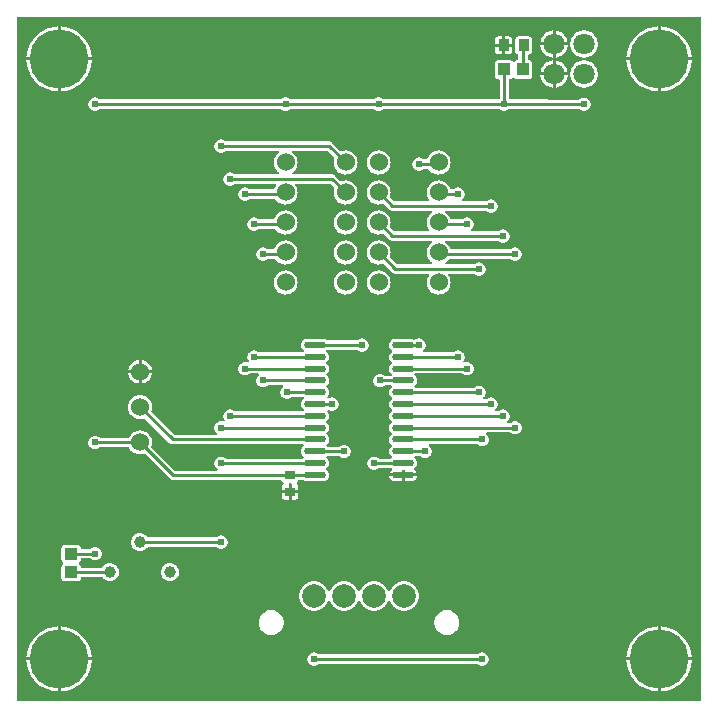
<source format=gtl>
G04 Layer: TopLayer*
G04 Panelize: , Column: 2, Row: 2, Board Size: 58.42mm x 58.42mm, Panelized Board Size: 118.84mm x 118.84mm*
G04 EasyEDA v6.5.34, 2023-08-21 18:11:39*
G04 19270923be3647babfd756aece9be4b9,5a6b42c53f6a479593ecc07194224c93,10*
G04 Gerber Generator version 0.2*
G04 Scale: 100 percent, Rotated: No, Reflected: No *
G04 Dimensions in millimeters *
G04 leading zeros omitted , absolute positions ,4 integer and 5 decimal *
%FSLAX45Y45*%
%MOMM*%

%ADD10C,0.2540*%
%ADD11R,1.1000X1.0000*%
%ADD12O,1.8610072000000002X0.5599938*%
%ADD13R,0.8999X1.0000*%
%ADD14R,1.0000X1.1000*%
%ADD15R,0.9000X0.8000*%
%ADD16C,1.0000*%
%ADD17C,1.5240*%
%ADD18C,5.0000*%
%ADD19C,2.0000*%
%ADD20C,1.8000*%
%ADD21C,0.6096*%
%ADD22C,0.0168*%

%LPD*%
G36*
X5805932Y25908D02*
G01*
X36068Y26416D01*
X32156Y27178D01*
X28905Y29362D01*
X26670Y32664D01*
X25908Y36576D01*
X25908Y5805932D01*
X26670Y5809843D01*
X28905Y5813094D01*
X32156Y5815330D01*
X36068Y5816092D01*
X5805932Y5816092D01*
X5809843Y5815330D01*
X5813094Y5813094D01*
X5815330Y5809843D01*
X5816092Y5805932D01*
X5816092Y36068D01*
X5815330Y32207D01*
X5813094Y28905D01*
X5809843Y26670D01*
G37*

%LPC*%
G36*
X4584700Y5600700D02*
G01*
X4687112Y5600700D01*
X4686960Y5602528D01*
X4684268Y5616803D01*
X4679746Y5630672D01*
X4673549Y5643829D01*
X4665776Y5656122D01*
X4656480Y5667349D01*
X4645863Y5677306D01*
X4634077Y5685840D01*
X4621326Y5692851D01*
X4607814Y5698236D01*
X4593691Y5701842D01*
X4584700Y5702960D01*
G37*
G36*
X393700Y105562D02*
G01*
X398322Y105664D01*
X421284Y108051D01*
X443992Y112369D01*
X466242Y118618D01*
X487934Y126644D01*
X508812Y136499D01*
X528828Y148031D01*
X547827Y161239D01*
X565607Y175971D01*
X582117Y192125D01*
X597204Y209600D01*
X610819Y228295D01*
X622757Y248107D01*
X633018Y268782D01*
X641553Y290271D01*
X648208Y312369D01*
X653034Y334975D01*
X655929Y357936D01*
X656336Y368300D01*
X393700Y368300D01*
G37*
G36*
X5448300Y105613D02*
G01*
X5448300Y368300D01*
X5185410Y368300D01*
X5187289Y346405D01*
X5191150Y323646D01*
X5196890Y301244D01*
X5204460Y279450D01*
X5213858Y258317D01*
X5224983Y238099D01*
X5237784Y218846D01*
X5252161Y200710D01*
X5267960Y183896D01*
X5285130Y168402D01*
X5303520Y154432D01*
X5323027Y142087D01*
X5343499Y131368D01*
X5364835Y122428D01*
X5386781Y115265D01*
X5409285Y109982D01*
X5432145Y106629D01*
G37*
G36*
X368300Y105613D02*
G01*
X368300Y368300D01*
X105410Y368300D01*
X107289Y346405D01*
X111150Y323646D01*
X116890Y301244D01*
X124460Y279450D01*
X133858Y258317D01*
X144983Y238099D01*
X157784Y218846D01*
X172161Y200710D01*
X187960Y183896D01*
X205130Y168402D01*
X223520Y154432D01*
X243027Y142087D01*
X263499Y131368D01*
X284835Y122428D01*
X306781Y115265D01*
X329285Y109982D01*
X352145Y106629D01*
G37*
G36*
X2540000Y324662D02*
G01*
X2549804Y325526D01*
X2559253Y328066D01*
X2568194Y332181D01*
X2576220Y337820D01*
X2577795Y339394D01*
X2581097Y341630D01*
X2585008Y342392D01*
X3917391Y342392D01*
X3921302Y341630D01*
X3924604Y339394D01*
X3926179Y337820D01*
X3934206Y332181D01*
X3943096Y328066D01*
X3952595Y325526D01*
X3962400Y324662D01*
X3972153Y325526D01*
X3981653Y328066D01*
X3990543Y332181D01*
X3998620Y337820D01*
X4005529Y344779D01*
X4011168Y352806D01*
X4015333Y361746D01*
X4017873Y371195D01*
X4018737Y381000D01*
X4017873Y390804D01*
X4015333Y400253D01*
X4011168Y409194D01*
X4005529Y417220D01*
X3998620Y424180D01*
X3990543Y429818D01*
X3981653Y433933D01*
X3972153Y436473D01*
X3962400Y437337D01*
X3952595Y436473D01*
X3943096Y433933D01*
X3934206Y429818D01*
X3926179Y424180D01*
X3924604Y422605D01*
X3921302Y420370D01*
X3917391Y419608D01*
X2585008Y419608D01*
X2581097Y420370D01*
X2577795Y422605D01*
X2576220Y424180D01*
X2568194Y429818D01*
X2559253Y433933D01*
X2549804Y436473D01*
X2540000Y437337D01*
X2530195Y436473D01*
X2520746Y433933D01*
X2511806Y429818D01*
X2503779Y424180D01*
X2496820Y417220D01*
X2491181Y409194D01*
X2487066Y400253D01*
X2484526Y390804D01*
X2483662Y381000D01*
X2484526Y371195D01*
X2487066Y361746D01*
X2491181Y352806D01*
X2496820Y344779D01*
X2503779Y337820D01*
X2511806Y332181D01*
X2520746Y328066D01*
X2530195Y325526D01*
G37*
G36*
X4456887Y5600700D02*
G01*
X4559300Y5600700D01*
X4559300Y5702960D01*
X4550308Y5701842D01*
X4536186Y5698236D01*
X4522673Y5692851D01*
X4509922Y5685840D01*
X4498136Y5677306D01*
X4487519Y5667349D01*
X4478223Y5656122D01*
X4470450Y5643829D01*
X4464253Y5630672D01*
X4459732Y5616803D01*
X4457039Y5602528D01*
G37*
G36*
X393700Y393700D02*
G01*
X656336Y393700D01*
X655929Y404063D01*
X653034Y427024D01*
X648208Y449630D01*
X641553Y471728D01*
X633018Y493217D01*
X622757Y513892D01*
X610819Y533704D01*
X597204Y552348D01*
X582117Y569874D01*
X565607Y586028D01*
X547827Y600760D01*
X528828Y613968D01*
X508812Y625500D01*
X487934Y635355D01*
X466242Y643382D01*
X443992Y649630D01*
X421284Y653948D01*
X398322Y656336D01*
X393700Y656437D01*
G37*
G36*
X5473700Y393700D02*
G01*
X5736336Y393700D01*
X5735929Y404063D01*
X5733034Y427024D01*
X5728208Y449630D01*
X5721553Y471728D01*
X5713018Y493217D01*
X5702757Y513892D01*
X5690819Y533704D01*
X5677204Y552348D01*
X5662117Y569874D01*
X5645607Y586028D01*
X5627827Y600760D01*
X5608828Y613968D01*
X5588812Y625500D01*
X5567934Y635355D01*
X5546242Y643382D01*
X5523992Y649630D01*
X5501284Y653948D01*
X5478322Y656336D01*
X5473700Y656437D01*
G37*
G36*
X5185410Y393700D02*
G01*
X5448300Y393700D01*
X5448300Y656386D01*
X5432145Y655370D01*
X5409285Y652018D01*
X5386781Y646734D01*
X5364835Y639572D01*
X5343499Y630631D01*
X5323027Y619912D01*
X5303520Y607568D01*
X5285130Y593598D01*
X5267960Y578104D01*
X5252161Y561289D01*
X5237784Y543153D01*
X5224983Y523900D01*
X5213858Y503682D01*
X5204460Y482549D01*
X5196890Y460756D01*
X5191150Y438353D01*
X5187289Y415594D01*
G37*
G36*
X105410Y393700D02*
G01*
X368300Y393700D01*
X368300Y656386D01*
X352145Y655370D01*
X329285Y652018D01*
X306781Y646734D01*
X284835Y639572D01*
X263499Y630631D01*
X243027Y619912D01*
X223520Y607568D01*
X205130Y593598D01*
X187960Y578104D01*
X172161Y561289D01*
X157784Y543153D01*
X144983Y523900D01*
X133858Y503682D01*
X124460Y482549D01*
X116890Y460756D01*
X111150Y438353D01*
X107289Y415594D01*
G37*
G36*
X4156811Y5588000D02*
G01*
X4214977Y5588000D01*
X4214977Y5624728D01*
X4214266Y5631027D01*
X4212386Y5636514D01*
X4209288Y5641390D01*
X4205224Y5645505D01*
X4200296Y5648604D01*
X4194860Y5650484D01*
X4188510Y5651195D01*
X4156811Y5651195D01*
G37*
G36*
X3664559Y583488D02*
G01*
X3678377Y584403D01*
X3691940Y587095D01*
X3705047Y591566D01*
X3717493Y597662D01*
X3728974Y605383D01*
X3739387Y614527D01*
X3748532Y624941D01*
X3756253Y636422D01*
X3762349Y648868D01*
X3766820Y661974D01*
X3769512Y675538D01*
X3770426Y689356D01*
X3769512Y703224D01*
X3766820Y716788D01*
X3762349Y729894D01*
X3756253Y742340D01*
X3748532Y753821D01*
X3739387Y764235D01*
X3728974Y773379D01*
X3717493Y781100D01*
X3705047Y787196D01*
X3691940Y791667D01*
X3678377Y794359D01*
X3664559Y795274D01*
X3650691Y794359D01*
X3637127Y791667D01*
X3624021Y787196D01*
X3611575Y781100D01*
X3600094Y773379D01*
X3589680Y764235D01*
X3580536Y753821D01*
X3572814Y742340D01*
X3566718Y729894D01*
X3562248Y716788D01*
X3559556Y703224D01*
X3558641Y689356D01*
X3559556Y675538D01*
X3562248Y661974D01*
X3566718Y648868D01*
X3572814Y636422D01*
X3580536Y624941D01*
X3589680Y614527D01*
X3600094Y605383D01*
X3611575Y597662D01*
X3624021Y591566D01*
X3637127Y587095D01*
X3650691Y584403D01*
G37*
G36*
X2177440Y583488D02*
G01*
X2191258Y584403D01*
X2204821Y587095D01*
X2217978Y591566D01*
X2230374Y597662D01*
X2241905Y605383D01*
X2252319Y614527D01*
X2261463Y624941D01*
X2269134Y636422D01*
X2275281Y648868D01*
X2279700Y661974D01*
X2282444Y675538D01*
X2283307Y689356D01*
X2282444Y703224D01*
X2279700Y716788D01*
X2275281Y729894D01*
X2269134Y742340D01*
X2261463Y753821D01*
X2252319Y764235D01*
X2241905Y773379D01*
X2230374Y781100D01*
X2217978Y787196D01*
X2204821Y791667D01*
X2191258Y794359D01*
X2177440Y795274D01*
X2163622Y794359D01*
X2150059Y791667D01*
X2136902Y787196D01*
X2124506Y781100D01*
X2112975Y773379D01*
X2102561Y764235D01*
X2093417Y753821D01*
X2085746Y742340D01*
X2079599Y729894D01*
X2075180Y716788D01*
X2072436Y703224D01*
X2071573Y689356D01*
X2072436Y675538D01*
X2075180Y661974D01*
X2079599Y648868D01*
X2085746Y636422D01*
X2093417Y624941D01*
X2102561Y614527D01*
X2112975Y605383D01*
X2124506Y597662D01*
X2136902Y591566D01*
X2150059Y587095D01*
X2163622Y584403D01*
G37*
G36*
X2540000Y788517D02*
G01*
X2555189Y789432D01*
X2570124Y792175D01*
X2584653Y796696D01*
X2598521Y802894D01*
X2611526Y810768D01*
X2623464Y820166D01*
X2634234Y830884D01*
X2643581Y842873D01*
X2651455Y855878D01*
X2657754Y869797D01*
X2659938Y872947D01*
X2663190Y875080D01*
X2667000Y875792D01*
X2670810Y875080D01*
X2674061Y872947D01*
X2676245Y869797D01*
X2682544Y855878D01*
X2690418Y842873D01*
X2699766Y830884D01*
X2710535Y820166D01*
X2722473Y810768D01*
X2735478Y802894D01*
X2749346Y796696D01*
X2763875Y792175D01*
X2778810Y789432D01*
X2794000Y788517D01*
X2809189Y789432D01*
X2824124Y792175D01*
X2838653Y796696D01*
X2852521Y802894D01*
X2865526Y810768D01*
X2877464Y820166D01*
X2888234Y830884D01*
X2897581Y842873D01*
X2905455Y855878D01*
X2911754Y869797D01*
X2913938Y872947D01*
X2917190Y875080D01*
X2921000Y875792D01*
X2924810Y875080D01*
X2928061Y872947D01*
X2930245Y869797D01*
X2936544Y855878D01*
X2944418Y842873D01*
X2953766Y830884D01*
X2964535Y820166D01*
X2976473Y810768D01*
X2989478Y802894D01*
X3003346Y796696D01*
X3017875Y792175D01*
X3032810Y789432D01*
X3048000Y788517D01*
X3063189Y789432D01*
X3078124Y792175D01*
X3092653Y796696D01*
X3106521Y802894D01*
X3119526Y810768D01*
X3131464Y820166D01*
X3142234Y830884D01*
X3151581Y842873D01*
X3159455Y855878D01*
X3165754Y869797D01*
X3167938Y872947D01*
X3171190Y875080D01*
X3175000Y875792D01*
X3178810Y875080D01*
X3182061Y872947D01*
X3184245Y869797D01*
X3190544Y855878D01*
X3198418Y842873D01*
X3207766Y830884D01*
X3218535Y820166D01*
X3230473Y810768D01*
X3243478Y802894D01*
X3257346Y796696D01*
X3271875Y792175D01*
X3286810Y789432D01*
X3302000Y788517D01*
X3317189Y789432D01*
X3332124Y792175D01*
X3346653Y796696D01*
X3360521Y802894D01*
X3373526Y810768D01*
X3385464Y820166D01*
X3396234Y830884D01*
X3405581Y842873D01*
X3413455Y855878D01*
X3419703Y869746D01*
X3424224Y884275D01*
X3426968Y899210D01*
X3427882Y914400D01*
X3426968Y929538D01*
X3424224Y944524D01*
X3419703Y959053D01*
X3413455Y972870D01*
X3405581Y985875D01*
X3396234Y997864D01*
X3385464Y1008634D01*
X3373526Y1017981D01*
X3360521Y1025855D01*
X3346653Y1032103D01*
X3332124Y1036624D01*
X3317189Y1039368D01*
X3302000Y1040282D01*
X3286810Y1039368D01*
X3271875Y1036624D01*
X3257346Y1032103D01*
X3243478Y1025855D01*
X3230473Y1017981D01*
X3218535Y1008634D01*
X3207766Y997864D01*
X3198418Y985875D01*
X3190544Y972870D01*
X3184245Y958951D01*
X3182061Y955802D01*
X3178810Y953719D01*
X3175000Y952957D01*
X3171190Y953719D01*
X3167938Y955802D01*
X3165754Y958951D01*
X3159455Y972870D01*
X3151581Y985875D01*
X3142234Y997864D01*
X3131464Y1008634D01*
X3119526Y1017981D01*
X3106521Y1025855D01*
X3092653Y1032103D01*
X3078124Y1036624D01*
X3063189Y1039368D01*
X3048000Y1040282D01*
X3032810Y1039368D01*
X3017875Y1036624D01*
X3003346Y1032103D01*
X2989478Y1025855D01*
X2976473Y1017981D01*
X2964535Y1008634D01*
X2953766Y997864D01*
X2944418Y985875D01*
X2936544Y972870D01*
X2930245Y958951D01*
X2928061Y955802D01*
X2924810Y953719D01*
X2921000Y952957D01*
X2917190Y953719D01*
X2913938Y955802D01*
X2911754Y958951D01*
X2905455Y972870D01*
X2897581Y985875D01*
X2888234Y997864D01*
X2877464Y1008634D01*
X2865526Y1017981D01*
X2852521Y1025855D01*
X2838653Y1032103D01*
X2824124Y1036624D01*
X2809189Y1039368D01*
X2794000Y1040282D01*
X2778810Y1039368D01*
X2763875Y1036624D01*
X2749346Y1032103D01*
X2735478Y1025855D01*
X2722473Y1017981D01*
X2710535Y1008634D01*
X2699766Y997864D01*
X2690418Y985875D01*
X2682544Y972870D01*
X2676245Y958951D01*
X2674061Y955802D01*
X2670810Y953719D01*
X2667000Y952957D01*
X2663190Y953719D01*
X2659938Y955802D01*
X2657754Y958951D01*
X2651455Y972870D01*
X2643581Y985875D01*
X2634234Y997864D01*
X2623464Y1008634D01*
X2611526Y1017981D01*
X2598521Y1025855D01*
X2584653Y1032103D01*
X2570124Y1036624D01*
X2555189Y1039368D01*
X2540000Y1040282D01*
X2524810Y1039368D01*
X2509875Y1036624D01*
X2495346Y1032103D01*
X2481478Y1025855D01*
X2468473Y1017981D01*
X2456535Y1008634D01*
X2445766Y997864D01*
X2436418Y985875D01*
X2428544Y972870D01*
X2422296Y959053D01*
X2417775Y944524D01*
X2415032Y929538D01*
X2414117Y914400D01*
X2415032Y899210D01*
X2417775Y884275D01*
X2422296Y869746D01*
X2428544Y855878D01*
X2436418Y842873D01*
X2445766Y830884D01*
X2456535Y820166D01*
X2468473Y810768D01*
X2481478Y802894D01*
X2495346Y796696D01*
X2509875Y792175D01*
X2524810Y789432D01*
G37*
G36*
X4073194Y5588000D02*
G01*
X4131411Y5588000D01*
X4131411Y5651195D01*
X4099661Y5651195D01*
X4093362Y5650484D01*
X4087876Y5648604D01*
X4082999Y5645505D01*
X4078884Y5641390D01*
X4075785Y5636514D01*
X4073906Y5631027D01*
X4073194Y5624728D01*
G37*
G36*
X4156811Y5499404D02*
G01*
X4188510Y5499404D01*
X4194860Y5500116D01*
X4200296Y5501995D01*
X4205224Y5505094D01*
X4209288Y5509158D01*
X4212386Y5514086D01*
X4214266Y5519521D01*
X4214977Y5525871D01*
X4214977Y5562600D01*
X4156811Y5562600D01*
G37*
G36*
X4099661Y5499404D02*
G01*
X4131411Y5499404D01*
X4131411Y5562600D01*
X4073194Y5562600D01*
X4073194Y5525871D01*
X4073906Y5519521D01*
X4075785Y5514086D01*
X4078884Y5509158D01*
X4082999Y5505094D01*
X4087876Y5501995D01*
X4093362Y5500116D01*
G37*
G36*
X105410Y5473700D02*
G01*
X368300Y5473700D01*
X368300Y5736386D01*
X352145Y5735370D01*
X329285Y5732018D01*
X306781Y5726734D01*
X284835Y5719572D01*
X263499Y5710631D01*
X243027Y5699912D01*
X223520Y5687568D01*
X205130Y5673598D01*
X187960Y5658104D01*
X172161Y5641289D01*
X157784Y5623153D01*
X144983Y5603900D01*
X133858Y5583682D01*
X124460Y5562549D01*
X116890Y5540756D01*
X111150Y5518353D01*
X107289Y5495594D01*
G37*
G36*
X5185410Y5473700D02*
G01*
X5448300Y5473700D01*
X5448300Y5736386D01*
X5432145Y5735370D01*
X5409285Y5732018D01*
X5386781Y5726734D01*
X5364835Y5719572D01*
X5343499Y5710631D01*
X5323027Y5699912D01*
X5303520Y5687568D01*
X5285130Y5673598D01*
X5267960Y5658104D01*
X5252161Y5641289D01*
X5237784Y5623153D01*
X5224983Y5603900D01*
X5213858Y5583682D01*
X5204460Y5562549D01*
X5196890Y5540756D01*
X5191150Y5518353D01*
X5187289Y5495594D01*
G37*
G36*
X393700Y5473700D02*
G01*
X656336Y5473700D01*
X655929Y5484063D01*
X653034Y5507024D01*
X648208Y5529630D01*
X641553Y5551728D01*
X633018Y5573217D01*
X622757Y5593892D01*
X610819Y5613704D01*
X597204Y5632348D01*
X582117Y5649874D01*
X565607Y5666028D01*
X547827Y5680760D01*
X528828Y5693968D01*
X508812Y5705500D01*
X487934Y5715355D01*
X466242Y5723382D01*
X443992Y5729630D01*
X421284Y5733948D01*
X398322Y5736336D01*
X393700Y5736437D01*
G37*
G36*
X428193Y1037894D02*
G01*
X537006Y1037894D01*
X543356Y1038606D01*
X548792Y1040536D01*
X553720Y1043584D01*
X557784Y1047699D01*
X560882Y1052576D01*
X562762Y1057960D01*
X563575Y1065987D01*
X564591Y1069594D01*
X566826Y1072540D01*
X570026Y1074521D01*
X573684Y1075182D01*
X744880Y1075182D01*
X748030Y1074674D01*
X750925Y1073200D01*
X754278Y1069340D01*
X762304Y1060958D01*
X771550Y1053896D01*
X781761Y1048359D01*
X792683Y1044448D01*
X804113Y1042212D01*
X815695Y1041755D01*
X827227Y1043127D01*
X838453Y1046175D01*
X849071Y1050950D01*
X858774Y1057249D01*
X867460Y1064971D01*
X874877Y1073962D01*
X880821Y1083919D01*
X885139Y1094689D01*
X887780Y1106017D01*
X888695Y1117600D01*
X887780Y1129182D01*
X885139Y1140510D01*
X880821Y1151280D01*
X874877Y1161237D01*
X867460Y1170228D01*
X858774Y1177950D01*
X849071Y1184249D01*
X838453Y1189024D01*
X827227Y1192072D01*
X815695Y1193444D01*
X804113Y1192987D01*
X792683Y1190752D01*
X781761Y1186840D01*
X771550Y1181303D01*
X762304Y1174242D01*
X754278Y1165860D01*
X747826Y1156716D01*
X745540Y1154379D01*
X742696Y1152906D01*
X739495Y1152398D01*
X573684Y1152398D01*
X570026Y1153058D01*
X566826Y1155039D01*
X564591Y1157986D01*
X563575Y1161592D01*
X562762Y1169619D01*
X560882Y1175004D01*
X557784Y1179931D01*
X553720Y1183995D01*
X551840Y1185214D01*
X548894Y1188008D01*
X547268Y1191768D01*
X547268Y1195832D01*
X548894Y1199591D01*
X551840Y1202385D01*
X553720Y1203604D01*
X557784Y1207668D01*
X560882Y1212596D01*
X562762Y1217980D01*
X563575Y1226007D01*
X564591Y1229563D01*
X566826Y1232560D01*
X570026Y1234490D01*
X573684Y1235151D01*
X640791Y1235151D01*
X644702Y1234389D01*
X648004Y1232204D01*
X649579Y1230630D01*
X657606Y1224991D01*
X666546Y1220825D01*
X675995Y1218285D01*
X685800Y1217422D01*
X695604Y1218285D01*
X705053Y1220825D01*
X713994Y1224991D01*
X722020Y1230630D01*
X728980Y1237538D01*
X734618Y1245616D01*
X738733Y1254506D01*
X741273Y1264005D01*
X742137Y1273759D01*
X741273Y1283563D01*
X738733Y1293063D01*
X734618Y1301953D01*
X728980Y1309979D01*
X722020Y1316939D01*
X713994Y1322578D01*
X705053Y1326743D01*
X695604Y1329283D01*
X685800Y1330147D01*
X675995Y1329283D01*
X666546Y1326743D01*
X657606Y1322578D01*
X649579Y1316939D01*
X648004Y1315364D01*
X644702Y1313180D01*
X640791Y1312367D01*
X573684Y1312367D01*
X570026Y1313078D01*
X566826Y1315008D01*
X564591Y1318006D01*
X563575Y1321562D01*
X562762Y1329588D01*
X560882Y1335024D01*
X557784Y1339900D01*
X553720Y1344015D01*
X548792Y1347063D01*
X543356Y1348994D01*
X537006Y1349705D01*
X428193Y1349705D01*
X421843Y1348994D01*
X416407Y1347063D01*
X411480Y1344015D01*
X407416Y1339900D01*
X404317Y1335024D01*
X402386Y1329537D01*
X401675Y1323238D01*
X401675Y1224381D01*
X402386Y1218031D01*
X404317Y1212596D01*
X407416Y1207668D01*
X411480Y1203604D01*
X413359Y1202385D01*
X416306Y1199591D01*
X417931Y1195832D01*
X417931Y1191768D01*
X416306Y1188008D01*
X413359Y1185214D01*
X411480Y1183995D01*
X407416Y1179931D01*
X404317Y1175004D01*
X402386Y1169568D01*
X401675Y1163218D01*
X401675Y1064361D01*
X402386Y1058062D01*
X404317Y1052576D01*
X407416Y1047699D01*
X411480Y1043584D01*
X416407Y1040536D01*
X421843Y1038606D01*
G37*
G36*
X1323695Y1041755D02*
G01*
X1335227Y1043127D01*
X1346454Y1046175D01*
X1357071Y1050950D01*
X1366774Y1057249D01*
X1375460Y1064971D01*
X1382877Y1073962D01*
X1388821Y1083919D01*
X1393139Y1094689D01*
X1395780Y1106017D01*
X1396695Y1117600D01*
X1395780Y1129182D01*
X1393139Y1140510D01*
X1388821Y1151280D01*
X1382877Y1161237D01*
X1375460Y1170228D01*
X1366774Y1177950D01*
X1357071Y1184249D01*
X1346454Y1189024D01*
X1335227Y1192072D01*
X1323695Y1193444D01*
X1312113Y1192987D01*
X1300683Y1190752D01*
X1289761Y1186840D01*
X1279550Y1181303D01*
X1270304Y1174242D01*
X1262278Y1165860D01*
X1255572Y1156360D01*
X1250442Y1145946D01*
X1246936Y1134872D01*
X1245158Y1123391D01*
X1245158Y1111808D01*
X1246936Y1100328D01*
X1250442Y1089253D01*
X1255572Y1078839D01*
X1262278Y1069340D01*
X1270304Y1060958D01*
X1279550Y1053896D01*
X1289761Y1048359D01*
X1300683Y1044448D01*
X1312113Y1042212D01*
G37*
G36*
X5473700Y5473700D02*
G01*
X5736336Y5473700D01*
X5735929Y5484063D01*
X5733034Y5507024D01*
X5728208Y5529630D01*
X5721553Y5551728D01*
X5713018Y5573217D01*
X5702757Y5593892D01*
X5690819Y5613704D01*
X5677204Y5632348D01*
X5662117Y5649874D01*
X5645607Y5666028D01*
X5627827Y5680760D01*
X5608828Y5693968D01*
X5588812Y5705500D01*
X5567934Y5715355D01*
X5546242Y5723382D01*
X5523992Y5729630D01*
X5501284Y5733948D01*
X5478322Y5736336D01*
X5473700Y5736437D01*
G37*
G36*
X4559300Y5473039D02*
G01*
X4559300Y5575300D01*
X4456887Y5575300D01*
X4457039Y5573471D01*
X4459732Y5559196D01*
X4464253Y5545328D01*
X4470450Y5532170D01*
X4478223Y5519877D01*
X4487519Y5508650D01*
X4498136Y5498693D01*
X4509922Y5490159D01*
X4522673Y5483148D01*
X4536186Y5477764D01*
X4550308Y5474157D01*
G37*
G36*
X4584700Y5473039D02*
G01*
X4593691Y5474157D01*
X4607814Y5477764D01*
X4621326Y5483148D01*
X4634077Y5490159D01*
X4645863Y5498693D01*
X4656480Y5508650D01*
X4665776Y5519877D01*
X4673549Y5532170D01*
X4679746Y5545328D01*
X4684268Y5559196D01*
X4686960Y5573471D01*
X4687112Y5575300D01*
X4584700Y5575300D01*
G37*
G36*
X1069695Y1295755D02*
G01*
X1081227Y1297127D01*
X1092454Y1300175D01*
X1103071Y1304950D01*
X1112774Y1311249D01*
X1121460Y1318971D01*
X1131163Y1330655D01*
X1134211Y1332382D01*
X1137615Y1332992D01*
X1707591Y1332992D01*
X1711502Y1332230D01*
X1714804Y1329994D01*
X1716379Y1328420D01*
X1724406Y1322781D01*
X1733346Y1318666D01*
X1742795Y1316126D01*
X1752600Y1315262D01*
X1762404Y1316126D01*
X1771853Y1318666D01*
X1780793Y1322781D01*
X1788820Y1328420D01*
X1795780Y1335379D01*
X1801418Y1343406D01*
X1805533Y1352346D01*
X1808073Y1361795D01*
X1808937Y1371600D01*
X1808073Y1381404D01*
X1805533Y1390853D01*
X1801418Y1399794D01*
X1795780Y1407820D01*
X1788820Y1414780D01*
X1780793Y1420418D01*
X1771853Y1424533D01*
X1762404Y1427073D01*
X1752600Y1427937D01*
X1742795Y1427073D01*
X1733346Y1424533D01*
X1724406Y1420418D01*
X1716379Y1414780D01*
X1714804Y1413205D01*
X1711502Y1410970D01*
X1707591Y1410208D01*
X1137615Y1410208D01*
X1134211Y1410817D01*
X1131163Y1412544D01*
X1121460Y1424228D01*
X1112774Y1431950D01*
X1103071Y1438249D01*
X1092454Y1443024D01*
X1081227Y1446072D01*
X1069695Y1447444D01*
X1058113Y1446987D01*
X1046683Y1444752D01*
X1035761Y1440840D01*
X1025550Y1435303D01*
X1016304Y1428242D01*
X1008278Y1419860D01*
X1001572Y1410360D01*
X996442Y1399946D01*
X992936Y1388872D01*
X991158Y1377391D01*
X991158Y1365808D01*
X992936Y1354328D01*
X996442Y1343253D01*
X1001572Y1332839D01*
X1008278Y1323340D01*
X1016304Y1314958D01*
X1025550Y1307896D01*
X1035761Y1302359D01*
X1046683Y1298448D01*
X1058113Y1296212D01*
G37*
G36*
X4818735Y5472328D02*
G01*
X4833264Y5472328D01*
X4847691Y5474157D01*
X4861814Y5477764D01*
X4875326Y5483148D01*
X4888077Y5490159D01*
X4899863Y5498693D01*
X4910480Y5508650D01*
X4919776Y5519877D01*
X4927549Y5532170D01*
X4933746Y5545328D01*
X4938268Y5559196D01*
X4940960Y5573471D01*
X4941874Y5588000D01*
X4940960Y5602528D01*
X4938268Y5616803D01*
X4933746Y5630672D01*
X4927549Y5643829D01*
X4919776Y5656122D01*
X4910480Y5667349D01*
X4899863Y5677306D01*
X4888077Y5685840D01*
X4875326Y5692851D01*
X4861814Y5698236D01*
X4847691Y5701842D01*
X4833264Y5703671D01*
X4818735Y5703671D01*
X4804308Y5701842D01*
X4790186Y5698236D01*
X4776673Y5692851D01*
X4763922Y5685840D01*
X4752136Y5677306D01*
X4741519Y5667349D01*
X4732223Y5656122D01*
X4724450Y5643829D01*
X4718253Y5630672D01*
X4713732Y5616803D01*
X4711039Y5602528D01*
X4710125Y5588000D01*
X4711039Y5573471D01*
X4713732Y5559196D01*
X4718253Y5545328D01*
X4724450Y5532170D01*
X4732223Y5519877D01*
X4741519Y5508650D01*
X4752136Y5498693D01*
X4763922Y5490159D01*
X4776673Y5483148D01*
X4790186Y5477764D01*
X4804308Y5474157D01*
G37*
G36*
X4456887Y5346700D02*
G01*
X4559300Y5346700D01*
X4559300Y5448960D01*
X4550308Y5447842D01*
X4536186Y5444236D01*
X4522673Y5438851D01*
X4509922Y5431840D01*
X4498136Y5423306D01*
X4487519Y5413349D01*
X4478223Y5402122D01*
X4470450Y5389829D01*
X4464253Y5376672D01*
X4459732Y5362803D01*
X4457039Y5348528D01*
G37*
G36*
X4584700Y5346700D02*
G01*
X4687112Y5346700D01*
X4686960Y5348528D01*
X4684268Y5362803D01*
X4679746Y5376672D01*
X4673549Y5389829D01*
X4665776Y5402122D01*
X4656480Y5413349D01*
X4645863Y5423306D01*
X4634077Y5431840D01*
X4621326Y5438851D01*
X4607814Y5444236D01*
X4593691Y5447842D01*
X4584700Y5448960D01*
G37*
G36*
X2292350Y1731010D02*
G01*
X2324100Y1731010D01*
X2324100Y1784197D01*
X2265883Y1784197D01*
X2265883Y1757476D01*
X2266594Y1751177D01*
X2268524Y1745691D01*
X2271572Y1740814D01*
X2275687Y1736699D01*
X2280564Y1733600D01*
X2286050Y1731721D01*
G37*
G36*
X2349500Y1731010D02*
G01*
X2381199Y1731010D01*
X2387549Y1731721D01*
X2392984Y1733600D01*
X2397912Y1736699D01*
X2401976Y1740814D01*
X2405075Y1745691D01*
X2407005Y1751177D01*
X2407716Y1757476D01*
X2407716Y1784197D01*
X2349500Y1784197D01*
G37*
G36*
X2265883Y1809597D02*
G01*
X2324100Y1809597D01*
X2324100Y1860804D01*
X2324862Y1864715D01*
X2327046Y1868017D01*
X2330348Y1870202D01*
X2334260Y1870964D01*
X2339340Y1870964D01*
X2343200Y1870202D01*
X2346502Y1868017D01*
X2348738Y1864715D01*
X2349500Y1860804D01*
X2349500Y1809597D01*
X2407716Y1809597D01*
X2407716Y1836318D01*
X2407005Y1842668D01*
X2405075Y1848104D01*
X2401976Y1853031D01*
X2397912Y1857095D01*
X2396032Y1858314D01*
X2393086Y1861108D01*
X2391460Y1864868D01*
X2391460Y1868932D01*
X2393086Y1872691D01*
X2396032Y1875485D01*
X2397912Y1876704D01*
X2401976Y1880768D01*
X2405075Y1885645D01*
X2407361Y1892401D01*
X2409494Y1895957D01*
X2412847Y1898396D01*
X2416860Y1899259D01*
X2442616Y1899564D01*
X2445766Y1899107D01*
X2448560Y1897684D01*
X2455976Y1892554D01*
X2464460Y1888540D01*
X2473553Y1886153D01*
X2483358Y1885289D01*
X2612542Y1885289D01*
X2622346Y1886153D01*
X2631440Y1888540D01*
X2639923Y1892554D01*
X2647645Y1897938D01*
X2654249Y1904542D01*
X2659634Y1912264D01*
X2663596Y1920748D01*
X2666034Y1929841D01*
X2666847Y1939188D01*
X2666034Y1948535D01*
X2663596Y1957628D01*
X2659634Y1966112D01*
X2654249Y1973834D01*
X2644343Y1983638D01*
X2642870Y1987245D01*
X2642870Y1991106D01*
X2644343Y1994712D01*
X2654249Y2004568D01*
X2659634Y2012238D01*
X2663596Y2020773D01*
X2666034Y2029815D01*
X2666847Y2039162D01*
X2666034Y2048560D01*
X2663596Y2057603D01*
X2659634Y2066137D01*
X2654249Y2073808D01*
X2644292Y2083663D01*
X2642819Y2087270D01*
X2642819Y2091131D01*
X2644241Y2094687D01*
X2646934Y2097481D01*
X2651404Y2100122D01*
X2654503Y2100580D01*
X2749042Y2100580D01*
X2752902Y2099818D01*
X2756204Y2097582D01*
X2757779Y2096007D01*
X2765806Y2090369D01*
X2774746Y2086254D01*
X2784195Y2083714D01*
X2794000Y2082850D01*
X2803804Y2083714D01*
X2813253Y2086254D01*
X2822194Y2090369D01*
X2830220Y2096007D01*
X2837180Y2102967D01*
X2842818Y2110994D01*
X2846933Y2119934D01*
X2849473Y2129383D01*
X2850337Y2139188D01*
X2849473Y2148992D01*
X2846933Y2158441D01*
X2842818Y2167382D01*
X2837180Y2175408D01*
X2830220Y2182368D01*
X2822194Y2188006D01*
X2813253Y2192121D01*
X2803804Y2194661D01*
X2794000Y2195525D01*
X2784195Y2194661D01*
X2774746Y2192121D01*
X2765806Y2188006D01*
X2757779Y2182368D01*
X2756204Y2180793D01*
X2752902Y2178558D01*
X2748991Y2177796D01*
X2654503Y2177796D01*
X2651404Y2178253D01*
X2646934Y2180844D01*
X2644241Y2183638D01*
X2642819Y2187244D01*
X2642819Y2191105D01*
X2644292Y2194712D01*
X2654249Y2204567D01*
X2659634Y2212238D01*
X2663596Y2220772D01*
X2666034Y2229815D01*
X2666847Y2239162D01*
X2666034Y2248560D01*
X2663596Y2257602D01*
X2659634Y2266137D01*
X2654249Y2273808D01*
X2644343Y2283663D01*
X2642870Y2287219D01*
X2642870Y2291130D01*
X2644343Y2294737D01*
X2654249Y2304542D01*
X2659634Y2312263D01*
X2663596Y2320747D01*
X2666034Y2329840D01*
X2666847Y2339187D01*
X2666034Y2348534D01*
X2663596Y2357628D01*
X2659634Y2366111D01*
X2654249Y2373833D01*
X2644343Y2383637D01*
X2642870Y2387244D01*
X2642870Y2391105D01*
X2644343Y2394712D01*
X2654249Y2404567D01*
X2659634Y2412238D01*
X2663596Y2420772D01*
X2666034Y2429814D01*
X2666847Y2439162D01*
X2666034Y2448560D01*
X2663596Y2457602D01*
X2659634Y2466136D01*
X2653944Y2474264D01*
X2652268Y2478328D01*
X2652420Y2482748D01*
X2654452Y2486609D01*
X2657957Y2489301D01*
X2662275Y2490266D01*
X2666542Y2489301D01*
X2673146Y2486253D01*
X2682595Y2483713D01*
X2692400Y2482850D01*
X2702204Y2483713D01*
X2711653Y2486253D01*
X2720594Y2490419D01*
X2728620Y2496007D01*
X2735580Y2502966D01*
X2741218Y2511044D01*
X2745333Y2519934D01*
X2747873Y2529433D01*
X2748737Y2539187D01*
X2747873Y2548991D01*
X2745333Y2558491D01*
X2741218Y2567381D01*
X2735580Y2575407D01*
X2728620Y2582367D01*
X2720594Y2588006D01*
X2711653Y2592120D01*
X2702204Y2594711D01*
X2692400Y2595524D01*
X2682595Y2594711D01*
X2673146Y2592120D01*
X2666593Y2589072D01*
X2662275Y2588158D01*
X2658008Y2589072D01*
X2654503Y2591765D01*
X2652471Y2595676D01*
X2652268Y2600045D01*
X2653944Y2604109D01*
X2659634Y2612237D01*
X2663596Y2620772D01*
X2666034Y2629814D01*
X2666847Y2639161D01*
X2666034Y2648559D01*
X2663596Y2657602D01*
X2659634Y2666136D01*
X2654249Y2673807D01*
X2644343Y2683662D01*
X2642870Y2687218D01*
X2642870Y2691130D01*
X2644343Y2694736D01*
X2654249Y2704541D01*
X2659634Y2712262D01*
X2663596Y2720746D01*
X2666034Y2729839D01*
X2666847Y2739186D01*
X2666034Y2748534D01*
X2663596Y2757627D01*
X2659634Y2766110D01*
X2654249Y2773832D01*
X2644343Y2783636D01*
X2642870Y2787243D01*
X2642870Y2791104D01*
X2644343Y2794711D01*
X2654249Y2804566D01*
X2659634Y2812237D01*
X2663596Y2820771D01*
X2666034Y2829814D01*
X2666847Y2839161D01*
X2666034Y2848559D01*
X2663596Y2857601D01*
X2659634Y2866136D01*
X2654249Y2873806D01*
X2644343Y2883662D01*
X2642870Y2887218D01*
X2642870Y2891129D01*
X2644343Y2894736D01*
X2654249Y2904540D01*
X2659634Y2912262D01*
X2663596Y2920746D01*
X2666034Y2929839D01*
X2666847Y2939186D01*
X2666034Y2948533D01*
X2663596Y2957626D01*
X2659634Y2966110D01*
X2654249Y2973832D01*
X2644292Y2983687D01*
X2642819Y2987243D01*
X2642819Y2991104D01*
X2644241Y2994710D01*
X2646934Y2997504D01*
X2651404Y3000095D01*
X2654503Y3000603D01*
X2901391Y3000603D01*
X2905302Y2999790D01*
X2908604Y2997606D01*
X2910179Y2996031D01*
X2918206Y2990392D01*
X2927146Y2986227D01*
X2936595Y2983687D01*
X2946400Y2982823D01*
X2956204Y2983687D01*
X2965653Y2986227D01*
X2974594Y2990392D01*
X2982620Y2996031D01*
X2989580Y3002991D01*
X2995218Y3011017D01*
X2999333Y3019907D01*
X3001873Y3029407D01*
X3002737Y3039211D01*
X3001873Y3048965D01*
X2999333Y3058464D01*
X2995218Y3067354D01*
X2989580Y3075432D01*
X2982620Y3082340D01*
X2974594Y3087979D01*
X2965653Y3092145D01*
X2956204Y3094685D01*
X2946400Y3095548D01*
X2936595Y3094685D01*
X2927146Y3092145D01*
X2918206Y3087979D01*
X2910179Y3082340D01*
X2908604Y3080766D01*
X2905302Y3078581D01*
X2901391Y3077819D01*
X2654452Y3077819D01*
X2651404Y3078276D01*
X2648610Y3079699D01*
X2639923Y3085846D01*
X2631440Y3089808D01*
X2622346Y3092246D01*
X2612542Y3093110D01*
X2483358Y3093110D01*
X2473553Y3092246D01*
X2464460Y3089808D01*
X2455976Y3085846D01*
X2448255Y3080461D01*
X2441651Y3073806D01*
X2436266Y3066135D01*
X2432253Y3057601D01*
X2429865Y3048558D01*
X2429002Y3039160D01*
X2429865Y3029813D01*
X2432253Y3020771D01*
X2436266Y3012236D01*
X2441651Y3004566D01*
X2451608Y2994710D01*
X2453030Y2991104D01*
X2453081Y2987243D01*
X2451608Y2983636D01*
X2448966Y2980842D01*
X2444496Y2978302D01*
X2441397Y2977794D01*
X2077008Y2977794D01*
X2073097Y2978556D01*
X2069795Y2980791D01*
X2068220Y2982366D01*
X2060193Y2988005D01*
X2051253Y2992120D01*
X2041804Y2994710D01*
X2032000Y2995523D01*
X2022195Y2994710D01*
X2012746Y2992120D01*
X2003806Y2988005D01*
X1995779Y2982366D01*
X1988820Y2975406D01*
X1983181Y2967380D01*
X1979066Y2958490D01*
X1976526Y2948990D01*
X1975662Y2939186D01*
X1976526Y2929432D01*
X1979066Y2919933D01*
X1983181Y2911043D01*
X1985314Y2907995D01*
X1986940Y2904185D01*
X1986940Y2900070D01*
X1985314Y2896311D01*
X1982368Y2893517D01*
X1978507Y2892094D01*
X1974392Y2892348D01*
X1965604Y2894685D01*
X1955800Y2895549D01*
X1945995Y2894685D01*
X1936546Y2892145D01*
X1927606Y2887980D01*
X1919579Y2882341D01*
X1912620Y2875432D01*
X1906981Y2867355D01*
X1902866Y2858465D01*
X1900326Y2848965D01*
X1899462Y2839212D01*
X1900326Y2829407D01*
X1902866Y2819908D01*
X1906981Y2811018D01*
X1912620Y2802991D01*
X1919579Y2796032D01*
X1927606Y2790393D01*
X1936546Y2786227D01*
X1945995Y2783687D01*
X1955800Y2782824D01*
X1965604Y2783687D01*
X1975053Y2786227D01*
X1983993Y2790393D01*
X1992020Y2796032D01*
X1993595Y2797606D01*
X1996897Y2799791D01*
X2000808Y2800604D01*
X2065782Y2800604D01*
X2069693Y2799791D01*
X2072995Y2797606D01*
X2075180Y2794304D01*
X2075942Y2790393D01*
X2075129Y2786481D01*
X2072944Y2783179D01*
X2065020Y2775407D01*
X2059381Y2767380D01*
X2055266Y2758490D01*
X2052726Y2748991D01*
X2051862Y2739186D01*
X2052726Y2729433D01*
X2055266Y2719933D01*
X2059381Y2711043D01*
X2065020Y2702966D01*
X2071979Y2696006D01*
X2080006Y2690418D01*
X2088946Y2686253D01*
X2098395Y2683713D01*
X2108200Y2682849D01*
X2118004Y2683713D01*
X2127453Y2686253D01*
X2136394Y2690418D01*
X2144420Y2696006D01*
X2145995Y2697632D01*
X2149297Y2699816D01*
X2153208Y2700578D01*
X2268982Y2700578D01*
X2272893Y2699816D01*
X2276195Y2697581D01*
X2278380Y2694279D01*
X2279142Y2690368D01*
X2278329Y2686507D01*
X2276144Y2683205D01*
X2268220Y2675382D01*
X2262581Y2667355D01*
X2258466Y2658465D01*
X2255926Y2648966D01*
X2255062Y2639212D01*
X2255926Y2629408D01*
X2258466Y2619908D01*
X2262581Y2611018D01*
X2268220Y2602992D01*
X2275179Y2596032D01*
X2283206Y2590393D01*
X2292146Y2586228D01*
X2301595Y2583688D01*
X2311400Y2582824D01*
X2321204Y2583688D01*
X2330653Y2586228D01*
X2339594Y2590393D01*
X2347620Y2596032D01*
X2349195Y2597607D01*
X2352497Y2599791D01*
X2356408Y2600604D01*
X2441397Y2600604D01*
X2444496Y2600096D01*
X2448966Y2597505D01*
X2451658Y2594711D01*
X2453081Y2591104D01*
X2453030Y2587244D01*
X2451608Y2583688D01*
X2441651Y2573832D01*
X2436266Y2566111D01*
X2432253Y2557627D01*
X2429865Y2548534D01*
X2429002Y2539187D01*
X2429865Y2529840D01*
X2432253Y2520746D01*
X2436266Y2512263D01*
X2441651Y2504541D01*
X2451608Y2494686D01*
X2453030Y2491130D01*
X2453081Y2487269D01*
X2451608Y2483662D01*
X2448966Y2480868D01*
X2444496Y2478278D01*
X2441397Y2477820D01*
X1873808Y2477820D01*
X1869897Y2478582D01*
X1866595Y2480767D01*
X1865020Y2482342D01*
X1856993Y2487980D01*
X1848053Y2492146D01*
X1838604Y2494686D01*
X1828800Y2495550D01*
X1818995Y2494686D01*
X1809546Y2492146D01*
X1800606Y2487980D01*
X1792579Y2482342D01*
X1785620Y2475433D01*
X1779981Y2467356D01*
X1775866Y2458466D01*
X1773326Y2448966D01*
X1772462Y2439212D01*
X1773326Y2429408D01*
X1775866Y2419908D01*
X1779981Y2411018D01*
X1782114Y2407970D01*
X1783740Y2404211D01*
X1783740Y2400096D01*
X1782114Y2396337D01*
X1779168Y2393492D01*
X1775307Y2392070D01*
X1771192Y2392324D01*
X1762404Y2394661D01*
X1752600Y2395524D01*
X1742795Y2394661D01*
X1733346Y2392121D01*
X1724406Y2388006D01*
X1716379Y2382367D01*
X1709420Y2375408D01*
X1703781Y2367381D01*
X1699666Y2358440D01*
X1697126Y2348992D01*
X1696262Y2339187D01*
X1697126Y2329383D01*
X1699666Y2319934D01*
X1703781Y2310993D01*
X1709420Y2303018D01*
X1717344Y2295194D01*
X1719529Y2291892D01*
X1720342Y2287981D01*
X1719580Y2284120D01*
X1717395Y2280818D01*
X1714093Y2278583D01*
X1710182Y2277821D01*
X1362405Y2277821D01*
X1358493Y2278583D01*
X1355191Y2280767D01*
X1165453Y2470556D01*
X1163370Y2473553D01*
X1162456Y2477109D01*
X1162913Y2480767D01*
X1166063Y2490978D01*
X1168349Y2504389D01*
X1168806Y2518054D01*
X1167434Y2531618D01*
X1164285Y2544876D01*
X1159357Y2557627D01*
X1152804Y2569565D01*
X1144727Y2580538D01*
X1135227Y2590342D01*
X1124559Y2598775D01*
X1112824Y2605735D01*
X1100277Y2611069D01*
X1087120Y2614676D01*
X1073607Y2616504D01*
X1059942Y2616504D01*
X1046429Y2614676D01*
X1033271Y2611069D01*
X1020724Y2605735D01*
X1008989Y2598775D01*
X998321Y2590342D01*
X988821Y2580538D01*
X980744Y2569565D01*
X974191Y2557627D01*
X969264Y2544876D01*
X966114Y2531618D01*
X964742Y2518054D01*
X965200Y2504389D01*
X967486Y2490978D01*
X971499Y2477922D01*
X977239Y2465578D01*
X984605Y2454097D01*
X993394Y2443683D01*
X1003503Y2434539D01*
X1014730Y2426817D01*
X1026921Y2420670D01*
X1039825Y2416149D01*
X1053185Y2413457D01*
X1066800Y2412542D01*
X1080363Y2413457D01*
X1093724Y2416149D01*
X1100277Y2418435D01*
X1103985Y2418994D01*
X1107643Y2418130D01*
X1110792Y2415997D01*
X1314551Y2212238D01*
X1320800Y2207158D01*
X1327454Y2203551D01*
X1334668Y2201367D01*
X1342694Y2200605D01*
X2441397Y2200605D01*
X2444496Y2200097D01*
X2448966Y2197506D01*
X2451658Y2194712D01*
X2453081Y2191105D01*
X2453030Y2187244D01*
X2451608Y2183688D01*
X2441651Y2173833D01*
X2436266Y2166112D01*
X2432253Y2157628D01*
X2429865Y2148535D01*
X2429002Y2139188D01*
X2429865Y2129840D01*
X2432253Y2120747D01*
X2436266Y2112264D01*
X2441651Y2104542D01*
X2451608Y2094687D01*
X2453030Y2091131D01*
X2453081Y2087270D01*
X2451608Y2083663D01*
X2448966Y2080869D01*
X2444496Y2078278D01*
X2441397Y2077821D01*
X1797608Y2077821D01*
X1793697Y2078583D01*
X1790395Y2080768D01*
X1788820Y2082342D01*
X1780793Y2087981D01*
X1771853Y2092147D01*
X1762404Y2094687D01*
X1752600Y2095550D01*
X1742795Y2094687D01*
X1733346Y2092147D01*
X1724406Y2087981D01*
X1716379Y2082342D01*
X1709420Y2075434D01*
X1703781Y2067356D01*
X1699666Y2058466D01*
X1697126Y2048967D01*
X1696262Y2039213D01*
X1697126Y2029409D01*
X1699666Y2019909D01*
X1703781Y2011019D01*
X1709420Y2002993D01*
X1716379Y1996033D01*
X1719275Y1994001D01*
X1722170Y1990902D01*
X1723542Y1986838D01*
X1723136Y1982622D01*
X1721053Y1978914D01*
X1717598Y1976424D01*
X1713433Y1975510D01*
X1364691Y1975510D01*
X1360779Y1976272D01*
X1357477Y1978507D01*
X1165453Y2170582D01*
X1163370Y2173579D01*
X1162456Y2177135D01*
X1162913Y2180742D01*
X1166063Y2190953D01*
X1168349Y2204415D01*
X1168806Y2218029D01*
X1167434Y2231593D01*
X1164285Y2244902D01*
X1159357Y2257602D01*
X1152804Y2269540D01*
X1144727Y2280564D01*
X1135227Y2290368D01*
X1124559Y2298801D01*
X1112824Y2305761D01*
X1100277Y2311095D01*
X1087120Y2314651D01*
X1073607Y2316480D01*
X1059942Y2316480D01*
X1046429Y2314651D01*
X1033271Y2311095D01*
X1020724Y2305761D01*
X1008989Y2298801D01*
X998321Y2290368D01*
X988821Y2280564D01*
X980744Y2269540D01*
X974648Y2258466D01*
X972413Y2255672D01*
X969264Y2253843D01*
X965758Y2253183D01*
X730808Y2253183D01*
X726897Y2253996D01*
X723595Y2256180D01*
X722020Y2257755D01*
X713994Y2263394D01*
X705053Y2267559D01*
X695604Y2270099D01*
X685800Y2270963D01*
X675995Y2270099D01*
X666546Y2267559D01*
X657606Y2263394D01*
X649579Y2257755D01*
X642620Y2250795D01*
X636981Y2242769D01*
X632866Y2233879D01*
X630326Y2224379D01*
X629462Y2214575D01*
X630326Y2204821D01*
X632866Y2195322D01*
X636981Y2186432D01*
X642620Y2178354D01*
X649579Y2171446D01*
X657606Y2165807D01*
X666546Y2161641D01*
X675995Y2159101D01*
X685800Y2158238D01*
X695604Y2159101D01*
X705053Y2161641D01*
X713994Y2165807D01*
X722020Y2171446D01*
X723595Y2173020D01*
X726897Y2175205D01*
X730808Y2175967D01*
X965911Y2175967D01*
X969670Y2175256D01*
X972921Y2173224D01*
X975156Y2170125D01*
X977239Y2165553D01*
X984605Y2154072D01*
X993394Y2143658D01*
X1003503Y2134514D01*
X1014730Y2126792D01*
X1026921Y2120646D01*
X1039825Y2116175D01*
X1053185Y2113483D01*
X1066800Y2112568D01*
X1080363Y2113483D01*
X1093724Y2116175D01*
X1100277Y2118410D01*
X1103985Y2118969D01*
X1107643Y2118156D01*
X1110792Y2116023D01*
X1316837Y1909978D01*
X1323086Y1904847D01*
X1329740Y1901291D01*
X1336954Y1899107D01*
X1344980Y1898294D01*
X2256891Y1898294D01*
X2260955Y1897430D01*
X2264308Y1895043D01*
X2266492Y1891487D01*
X2268524Y1885696D01*
X2271572Y1880768D01*
X2275687Y1876704D01*
X2277567Y1875485D01*
X2280513Y1872691D01*
X2282088Y1868932D01*
X2282088Y1864868D01*
X2280513Y1861108D01*
X2277567Y1858314D01*
X2275687Y1857095D01*
X2271572Y1853031D01*
X2268524Y1848104D01*
X2266594Y1842668D01*
X2265883Y1836318D01*
G37*
G36*
X4584700Y5219039D02*
G01*
X4593691Y5220157D01*
X4607814Y5223764D01*
X4621326Y5229148D01*
X4634077Y5236159D01*
X4645863Y5244693D01*
X4656480Y5254650D01*
X4665776Y5265877D01*
X4673549Y5278170D01*
X4679746Y5291328D01*
X4684268Y5305196D01*
X4686960Y5319471D01*
X4687112Y5321300D01*
X4584700Y5321300D01*
G37*
G36*
X3229457Y1885289D02*
G01*
X3281324Y1885289D01*
X3281324Y1926488D01*
X3176828Y1926488D01*
X3178352Y1920748D01*
X3182366Y1912264D01*
X3187750Y1904542D01*
X3194354Y1897938D01*
X3202076Y1892554D01*
X3210560Y1888540D01*
X3219653Y1886153D01*
G37*
G36*
X3306724Y1885289D02*
G01*
X3358642Y1885289D01*
X3368446Y1886153D01*
X3377539Y1888540D01*
X3386023Y1892554D01*
X3393744Y1897938D01*
X3400348Y1904542D01*
X3405733Y1912264D01*
X3409696Y1920748D01*
X3411270Y1926488D01*
X3306724Y1926488D01*
G37*
G36*
X4559300Y5219039D02*
G01*
X4559300Y5321300D01*
X4456887Y5321300D01*
X4457039Y5319471D01*
X4459732Y5305196D01*
X4464253Y5291328D01*
X4470450Y5278170D01*
X4478223Y5265877D01*
X4487519Y5254650D01*
X4498136Y5244693D01*
X4509922Y5236159D01*
X4522673Y5229148D01*
X4536186Y5223764D01*
X4550308Y5220157D01*
G37*
G36*
X3176828Y1951888D02*
G01*
X3281324Y1951888D01*
X3281324Y1975104D01*
X3282137Y1979015D01*
X3284321Y1982317D01*
X3287623Y1984502D01*
X3291484Y1985264D01*
X3296564Y1985264D01*
X3300476Y1984502D01*
X3303778Y1982317D01*
X3305962Y1979015D01*
X3306724Y1975104D01*
X3306724Y1951888D01*
X3411270Y1951888D01*
X3409696Y1957628D01*
X3405733Y1966112D01*
X3400348Y1973834D01*
X3390442Y1983638D01*
X3388969Y1987245D01*
X3388969Y1991106D01*
X3390442Y1994712D01*
X3400348Y2004568D01*
X3405733Y2012238D01*
X3409696Y2020773D01*
X3412134Y2029815D01*
X3412947Y2039162D01*
X3412134Y2048560D01*
X3409696Y2057603D01*
X3405733Y2066137D01*
X3400348Y2073808D01*
X3390392Y2083663D01*
X3388918Y2087270D01*
X3388918Y2091131D01*
X3390341Y2094687D01*
X3393033Y2097481D01*
X3397504Y2100122D01*
X3400602Y2100580D01*
X3434791Y2100580D01*
X3438702Y2099818D01*
X3442004Y2097633D01*
X3443579Y2096007D01*
X3451606Y2090369D01*
X3460496Y2086254D01*
X3469995Y2083714D01*
X3479800Y2082850D01*
X3489553Y2083714D01*
X3499053Y2086254D01*
X3507943Y2090369D01*
X3516020Y2096007D01*
X3522929Y2102967D01*
X3528568Y2110994D01*
X3532733Y2119934D01*
X3535273Y2129383D01*
X3536137Y2139188D01*
X3535273Y2148992D01*
X3532733Y2158441D01*
X3528568Y2167382D01*
X3522979Y2175408D01*
X3515055Y2183180D01*
X3512820Y2186482D01*
X3512058Y2190394D01*
X3512820Y2194306D01*
X3515004Y2197608D01*
X3518306Y2199792D01*
X3522218Y2200605D01*
X3917391Y2200605D01*
X3921302Y2199792D01*
X3924604Y2197608D01*
X3926179Y2196033D01*
X3934206Y2190394D01*
X3943096Y2186228D01*
X3952595Y2183688D01*
X3962400Y2182825D01*
X3972153Y2183688D01*
X3981653Y2186228D01*
X3990543Y2190394D01*
X3998620Y2196033D01*
X4005529Y2202992D01*
X4011168Y2211019D01*
X4015333Y2219909D01*
X4017873Y2229408D01*
X4018737Y2239213D01*
X4017873Y2248966D01*
X4015333Y2258466D01*
X4011168Y2267356D01*
X4005579Y2275382D01*
X3997655Y2283206D01*
X3995420Y2286508D01*
X3994658Y2290368D01*
X3995420Y2294280D01*
X3997604Y2297582D01*
X4000906Y2299817D01*
X4004818Y2300579D01*
X4196791Y2300579D01*
X4200702Y2299817D01*
X4204004Y2297633D01*
X4205579Y2296007D01*
X4213606Y2290368D01*
X4222496Y2286254D01*
X4231995Y2283714D01*
X4241800Y2282850D01*
X4251553Y2283714D01*
X4261053Y2286254D01*
X4269943Y2290368D01*
X4278020Y2296007D01*
X4284929Y2302967D01*
X4290568Y2310993D01*
X4294733Y2319934D01*
X4297273Y2329383D01*
X4298137Y2339187D01*
X4297273Y2348992D01*
X4294733Y2358440D01*
X4290568Y2367381D01*
X4284929Y2375408D01*
X4278020Y2382367D01*
X4269943Y2388006D01*
X4261053Y2392121D01*
X4251553Y2394661D01*
X4241800Y2395524D01*
X4231995Y2394661D01*
X4222496Y2392121D01*
X4213606Y2388006D01*
X4205579Y2382367D01*
X4204004Y2380792D01*
X4200702Y2378557D01*
X4196791Y2377795D01*
X4182618Y2377795D01*
X4178706Y2378557D01*
X4175404Y2380792D01*
X4173220Y2384094D01*
X4172458Y2388006D01*
X4173220Y2391918D01*
X4175455Y2395169D01*
X4183379Y2402992D01*
X4188968Y2411018D01*
X4193133Y2419908D01*
X4195673Y2429408D01*
X4196537Y2439212D01*
X4195673Y2448966D01*
X4193133Y2458466D01*
X4188968Y2467356D01*
X4183329Y2475433D01*
X4176420Y2482342D01*
X4168343Y2487980D01*
X4159453Y2492146D01*
X4149953Y2494686D01*
X4140200Y2495550D01*
X4130395Y2494686D01*
X4120896Y2492146D01*
X4112006Y2487980D01*
X4103979Y2482342D01*
X4102404Y2480767D01*
X4099102Y2478582D01*
X4095191Y2477820D01*
X4081018Y2477820D01*
X4077106Y2478582D01*
X4073804Y2480818D01*
X4071620Y2484120D01*
X4070858Y2487980D01*
X4071620Y2491892D01*
X4073855Y2495194D01*
X4081779Y2503017D01*
X4087368Y2511044D01*
X4091533Y2519934D01*
X4094073Y2529433D01*
X4094937Y2539187D01*
X4094073Y2548991D01*
X4091533Y2558491D01*
X4087368Y2567381D01*
X4081729Y2575407D01*
X4074820Y2582367D01*
X4066743Y2588006D01*
X4057853Y2592120D01*
X4048353Y2594711D01*
X4038600Y2595524D01*
X4028795Y2594711D01*
X4019296Y2592120D01*
X4010406Y2588006D01*
X4002379Y2582367D01*
X4000804Y2580792D01*
X3997502Y2578557D01*
X3993591Y2577795D01*
X3979418Y2577795D01*
X3975506Y2578557D01*
X3972204Y2580792D01*
X3970020Y2584094D01*
X3969258Y2588006D01*
X3970020Y2591917D01*
X3972255Y2595168D01*
X3980179Y2602992D01*
X3985768Y2611018D01*
X3989933Y2619908D01*
X3992473Y2629408D01*
X3993337Y2639212D01*
X3992473Y2648966D01*
X3989933Y2658465D01*
X3985768Y2667355D01*
X3980129Y2675432D01*
X3973220Y2682341D01*
X3965143Y2687980D01*
X3956253Y2692146D01*
X3946753Y2694686D01*
X3937000Y2695549D01*
X3927195Y2694686D01*
X3917696Y2692146D01*
X3908806Y2687980D01*
X3900779Y2682341D01*
X3899204Y2680766D01*
X3895902Y2678582D01*
X3891991Y2677820D01*
X3400551Y2677820D01*
X3397504Y2678277D01*
X3393033Y2680868D01*
X3390341Y2683662D01*
X3388918Y2687269D01*
X3388918Y2691130D01*
X3390392Y2694686D01*
X3400348Y2704541D01*
X3405733Y2712262D01*
X3409696Y2720746D01*
X3412134Y2729839D01*
X3412947Y2739186D01*
X3412134Y2748534D01*
X3409696Y2757627D01*
X3405733Y2766110D01*
X3400348Y2773832D01*
X3390392Y2783687D01*
X3388918Y2787243D01*
X3388918Y2791104D01*
X3390341Y2794711D01*
X3393033Y2797505D01*
X3397504Y2800096D01*
X3400602Y2800604D01*
X3790391Y2800604D01*
X3794302Y2799791D01*
X3797604Y2797606D01*
X3799179Y2796032D01*
X3807206Y2790393D01*
X3816096Y2786227D01*
X3825595Y2783687D01*
X3835400Y2782824D01*
X3845153Y2783687D01*
X3854653Y2786227D01*
X3863543Y2790393D01*
X3871620Y2796032D01*
X3878529Y2802991D01*
X3884168Y2811018D01*
X3888333Y2819908D01*
X3890873Y2829407D01*
X3891737Y2839212D01*
X3890873Y2848965D01*
X3888333Y2858465D01*
X3884168Y2867355D01*
X3878529Y2875432D01*
X3871620Y2882341D01*
X3863543Y2887980D01*
X3854653Y2892145D01*
X3845153Y2894685D01*
X3835400Y2895549D01*
X3825595Y2894685D01*
X3816807Y2892348D01*
X3812692Y2892094D01*
X3808831Y2893517D01*
X3805834Y2896311D01*
X3804208Y2900070D01*
X3804208Y2904185D01*
X3805834Y2907995D01*
X3807968Y2911043D01*
X3812133Y2919933D01*
X3814673Y2929432D01*
X3815537Y2939186D01*
X3814673Y2948990D01*
X3812133Y2958490D01*
X3807968Y2967380D01*
X3802329Y2975406D01*
X3795420Y2982366D01*
X3787343Y2988005D01*
X3778453Y2992120D01*
X3768953Y2994710D01*
X3759200Y2995523D01*
X3749395Y2994710D01*
X3739896Y2992120D01*
X3731006Y2988005D01*
X3722979Y2982366D01*
X3721404Y2980791D01*
X3718102Y2978556D01*
X3714191Y2977794D01*
X3471418Y2977794D01*
X3467506Y2978556D01*
X3464204Y2980791D01*
X3462020Y2984093D01*
X3461258Y2988005D01*
X3462020Y2991916D01*
X3464255Y2995168D01*
X3472179Y3002991D01*
X3477768Y3011017D01*
X3481933Y3019907D01*
X3484473Y3029407D01*
X3485337Y3039211D01*
X3484473Y3048965D01*
X3481933Y3058464D01*
X3477768Y3067354D01*
X3472129Y3075432D01*
X3465220Y3082340D01*
X3457143Y3087979D01*
X3448253Y3092145D01*
X3438753Y3094685D01*
X3429000Y3095548D01*
X3419195Y3094685D01*
X3409696Y3092145D01*
X3400806Y3087979D01*
X3397707Y3085795D01*
X3393948Y3084169D01*
X3389833Y3084169D01*
X3377539Y3089808D01*
X3368446Y3092246D01*
X3358642Y3093110D01*
X3229457Y3093110D01*
X3219653Y3092246D01*
X3210560Y3089808D01*
X3202076Y3085846D01*
X3194354Y3080461D01*
X3187750Y3073806D01*
X3182366Y3066135D01*
X3178352Y3057601D01*
X3175965Y3048558D01*
X3175101Y3039160D01*
X3175965Y3029813D01*
X3178352Y3020771D01*
X3182366Y3012236D01*
X3187750Y3004566D01*
X3197656Y2994710D01*
X3199079Y2991104D01*
X3199079Y2987243D01*
X3197656Y2983636D01*
X3187750Y2973832D01*
X3182366Y2966110D01*
X3178352Y2957626D01*
X3175965Y2948533D01*
X3175101Y2939186D01*
X3175965Y2929839D01*
X3178352Y2920746D01*
X3182366Y2912262D01*
X3187750Y2904540D01*
X3197656Y2894736D01*
X3199079Y2891129D01*
X3199079Y2887218D01*
X3197656Y2883662D01*
X3187750Y2873806D01*
X3182366Y2866136D01*
X3178352Y2857601D01*
X3175965Y2848559D01*
X3175101Y2839161D01*
X3175965Y2829814D01*
X3178352Y2820771D01*
X3182366Y2812237D01*
X3187750Y2804566D01*
X3197707Y2794711D01*
X3199130Y2791104D01*
X3199180Y2787243D01*
X3197707Y2783636D01*
X3195066Y2780842D01*
X3190595Y2778302D01*
X3187496Y2777794D01*
X3143808Y2777794D01*
X3139897Y2778556D01*
X3136595Y2780792D01*
X3135020Y2782366D01*
X3126994Y2788005D01*
X3118053Y2792120D01*
X3108604Y2794711D01*
X3098800Y2795524D01*
X3088995Y2794711D01*
X3079546Y2792120D01*
X3070606Y2788005D01*
X3062579Y2782366D01*
X3055620Y2775407D01*
X3049981Y2767380D01*
X3045866Y2758490D01*
X3043326Y2748991D01*
X3042462Y2739186D01*
X3043326Y2729433D01*
X3045866Y2719933D01*
X3049981Y2711043D01*
X3055620Y2702966D01*
X3062579Y2696006D01*
X3070606Y2690418D01*
X3079546Y2686253D01*
X3088995Y2683713D01*
X3098800Y2682849D01*
X3108604Y2683713D01*
X3118053Y2686253D01*
X3126994Y2690418D01*
X3135020Y2696006D01*
X3136595Y2697632D01*
X3139897Y2699816D01*
X3143808Y2700578D01*
X3187496Y2700578D01*
X3190595Y2700121D01*
X3195066Y2697480D01*
X3197758Y2694686D01*
X3199180Y2691130D01*
X3199130Y2687269D01*
X3197707Y2683662D01*
X3187750Y2673807D01*
X3182366Y2666136D01*
X3178352Y2657602D01*
X3175965Y2648559D01*
X3175101Y2639161D01*
X3175965Y2629814D01*
X3178352Y2620772D01*
X3182366Y2612237D01*
X3187750Y2604566D01*
X3197656Y2594711D01*
X3199079Y2591104D01*
X3199079Y2587244D01*
X3197656Y2583637D01*
X3187750Y2573832D01*
X3182366Y2566111D01*
X3178352Y2557627D01*
X3175965Y2548534D01*
X3175101Y2539187D01*
X3175965Y2529840D01*
X3178352Y2520746D01*
X3182366Y2512263D01*
X3187750Y2504541D01*
X3197656Y2494737D01*
X3199079Y2491130D01*
X3199079Y2487218D01*
X3197656Y2483662D01*
X3187750Y2473807D01*
X3182366Y2466136D01*
X3178352Y2457602D01*
X3175965Y2448560D01*
X3175101Y2439162D01*
X3175965Y2429814D01*
X3178352Y2420772D01*
X3182366Y2412238D01*
X3187750Y2404567D01*
X3197656Y2394712D01*
X3199079Y2391105D01*
X3199079Y2387244D01*
X3197656Y2383637D01*
X3187750Y2373833D01*
X3182366Y2366111D01*
X3178352Y2357628D01*
X3175965Y2348534D01*
X3175101Y2339187D01*
X3175965Y2329840D01*
X3178352Y2320747D01*
X3182366Y2312263D01*
X3187750Y2304542D01*
X3197656Y2294737D01*
X3199079Y2291130D01*
X3199079Y2287219D01*
X3197656Y2283663D01*
X3187750Y2273808D01*
X3182366Y2266137D01*
X3178352Y2257602D01*
X3175965Y2248560D01*
X3175101Y2239162D01*
X3175965Y2229815D01*
X3178352Y2220772D01*
X3182366Y2212238D01*
X3187750Y2204567D01*
X3197656Y2194712D01*
X3199079Y2191105D01*
X3199079Y2187244D01*
X3197656Y2183638D01*
X3187750Y2173833D01*
X3182366Y2166112D01*
X3178352Y2157628D01*
X3175965Y2148535D01*
X3175101Y2139188D01*
X3175965Y2129840D01*
X3178352Y2120747D01*
X3182366Y2112264D01*
X3187750Y2104542D01*
X3197707Y2094687D01*
X3199180Y2091131D01*
X3199180Y2087270D01*
X3197758Y2083663D01*
X3195066Y2080869D01*
X3190544Y2078177D01*
X3187446Y2077720D01*
X3093059Y2077720D01*
X3089198Y2078482D01*
X3085896Y2080717D01*
X3084220Y2082342D01*
X3076194Y2087981D01*
X3067253Y2092147D01*
X3057804Y2094687D01*
X3048000Y2095550D01*
X3038195Y2094687D01*
X3028746Y2092147D01*
X3019806Y2087981D01*
X3011779Y2082342D01*
X3004820Y2075434D01*
X2999181Y2067356D01*
X2995066Y2058466D01*
X2992526Y2048967D01*
X2991662Y2039213D01*
X2992526Y2029409D01*
X2995066Y2019909D01*
X2999181Y2011019D01*
X3004820Y2002993D01*
X3011779Y1996033D01*
X3019806Y1990394D01*
X3028746Y1986229D01*
X3038195Y1983689D01*
X3048000Y1982825D01*
X3057804Y1983689D01*
X3067253Y1986229D01*
X3076194Y1990394D01*
X3084220Y1996033D01*
X3085744Y1997506D01*
X3088995Y1999742D01*
X3092907Y2000504D01*
X3187547Y2000504D01*
X3190646Y2000046D01*
X3195015Y1997506D01*
X3197707Y1994712D01*
X3199130Y1991106D01*
X3199130Y1987245D01*
X3197707Y1983689D01*
X3187750Y1973834D01*
X3182366Y1966112D01*
X3178352Y1957628D01*
G37*
G36*
X4818735Y5218328D02*
G01*
X4833264Y5218328D01*
X4847691Y5220157D01*
X4861814Y5223764D01*
X4875326Y5229148D01*
X4888077Y5236159D01*
X4899863Y5244693D01*
X4910480Y5254650D01*
X4919776Y5265877D01*
X4927549Y5278170D01*
X4933746Y5291328D01*
X4938268Y5305196D01*
X4940960Y5319471D01*
X4941874Y5334000D01*
X4940960Y5348528D01*
X4938268Y5362803D01*
X4933746Y5376672D01*
X4927549Y5389829D01*
X4919776Y5402122D01*
X4910480Y5413349D01*
X4899863Y5423306D01*
X4888077Y5431840D01*
X4875326Y5438851D01*
X4861814Y5444236D01*
X4847691Y5447842D01*
X4833264Y5449671D01*
X4818735Y5449671D01*
X4804308Y5447842D01*
X4790186Y5444236D01*
X4776673Y5438851D01*
X4763922Y5431840D01*
X4752136Y5423306D01*
X4741519Y5413349D01*
X4732223Y5402122D01*
X4724450Y5389829D01*
X4718253Y5376672D01*
X4713732Y5362803D01*
X4711039Y5348528D01*
X4710125Y5334000D01*
X4711039Y5319471D01*
X4713732Y5305196D01*
X4718253Y5291328D01*
X4724450Y5278170D01*
X4732223Y5265877D01*
X4741519Y5254650D01*
X4752136Y5244693D01*
X4763922Y5236159D01*
X4776673Y5229148D01*
X4790186Y5223764D01*
X4804308Y5220157D01*
G37*
G36*
X368300Y5185613D02*
G01*
X368300Y5448300D01*
X105410Y5448300D01*
X107289Y5426405D01*
X111150Y5403646D01*
X116890Y5381244D01*
X124460Y5359450D01*
X133858Y5338318D01*
X144983Y5318099D01*
X157784Y5298846D01*
X172161Y5280710D01*
X187960Y5263896D01*
X205130Y5248402D01*
X223520Y5234432D01*
X243027Y5222087D01*
X263499Y5211368D01*
X284835Y5202428D01*
X306781Y5195265D01*
X329285Y5189982D01*
X352145Y5186629D01*
G37*
G36*
X5448300Y5185613D02*
G01*
X5448300Y5448300D01*
X5185410Y5448300D01*
X5187289Y5426405D01*
X5191150Y5403646D01*
X5196890Y5381244D01*
X5204460Y5359450D01*
X5213858Y5338318D01*
X5224983Y5318099D01*
X5237784Y5298846D01*
X5252161Y5280710D01*
X5267960Y5263896D01*
X5285130Y5248402D01*
X5303520Y5234432D01*
X5323027Y5222087D01*
X5343499Y5211368D01*
X5364835Y5202428D01*
X5386781Y5195265D01*
X5409285Y5189982D01*
X5432145Y5186629D01*
G37*
G36*
X393700Y5185562D02*
G01*
X398322Y5185664D01*
X421284Y5188051D01*
X443992Y5192369D01*
X466242Y5198618D01*
X487934Y5206644D01*
X508812Y5216499D01*
X528828Y5228031D01*
X547827Y5241239D01*
X565607Y5255971D01*
X582117Y5272125D01*
X597204Y5289600D01*
X610819Y5308295D01*
X622757Y5328107D01*
X633018Y5348782D01*
X641553Y5370271D01*
X648208Y5392369D01*
X653034Y5414975D01*
X655929Y5437936D01*
X656336Y5448300D01*
X393700Y5448300D01*
G37*
G36*
X5473700Y5185562D02*
G01*
X5478322Y5185664D01*
X5501284Y5188051D01*
X5523992Y5192369D01*
X5546242Y5198618D01*
X5567934Y5206644D01*
X5588812Y5216499D01*
X5608828Y5228031D01*
X5627827Y5241239D01*
X5645607Y5255971D01*
X5662117Y5272125D01*
X5677204Y5289600D01*
X5690819Y5308295D01*
X5702757Y5328107D01*
X5713018Y5348782D01*
X5721553Y5370271D01*
X5728208Y5392369D01*
X5733034Y5414975D01*
X5735929Y5437936D01*
X5736336Y5448300D01*
X5473700Y5448300D01*
G37*
G36*
X4826000Y5022138D02*
G01*
X4835804Y5023002D01*
X4845253Y5025542D01*
X4854194Y5029708D01*
X4862220Y5035346D01*
X4869180Y5042255D01*
X4874818Y5050332D01*
X4878933Y5059222D01*
X4881473Y5068722D01*
X4882337Y5078476D01*
X4881473Y5088280D01*
X4878933Y5097780D01*
X4874818Y5106670D01*
X4869180Y5114747D01*
X4862220Y5121656D01*
X4854194Y5127294D01*
X4845253Y5131460D01*
X4835804Y5134000D01*
X4826000Y5134864D01*
X4816195Y5134000D01*
X4806746Y5131460D01*
X4797806Y5127294D01*
X4789779Y5121656D01*
X4788306Y5120182D01*
X4785004Y5117947D01*
X4781092Y5117185D01*
X4267301Y5118608D01*
X4197858Y5118608D01*
X4193997Y5119370D01*
X4190695Y5121554D01*
X4188460Y5124856D01*
X4187698Y5128768D01*
X4187698Y5281015D01*
X4188358Y5284673D01*
X4190339Y5287873D01*
X4193286Y5290108D01*
X4196892Y5291124D01*
X4204919Y5291937D01*
X4210304Y5293817D01*
X4215231Y5296916D01*
X4219295Y5300980D01*
X4220514Y5302859D01*
X4223308Y5305806D01*
X4227068Y5307431D01*
X4231132Y5307431D01*
X4234891Y5305806D01*
X4237685Y5302859D01*
X4238904Y5300980D01*
X4242968Y5296916D01*
X4247896Y5293817D01*
X4253331Y5291886D01*
X4259681Y5291175D01*
X4358538Y5291175D01*
X4364837Y5291886D01*
X4370324Y5293817D01*
X4375200Y5296916D01*
X4379315Y5300980D01*
X4382363Y5305907D01*
X4384294Y5311343D01*
X4385005Y5317693D01*
X4385005Y5426506D01*
X4384294Y5432856D01*
X4382363Y5438292D01*
X4379315Y5443220D01*
X4375200Y5447284D01*
X4370324Y5450382D01*
X4364939Y5452262D01*
X4356862Y5453075D01*
X4353306Y5454091D01*
X4350308Y5456326D01*
X4348378Y5459526D01*
X4347667Y5463184D01*
X4347667Y5489244D01*
X4348378Y5492902D01*
X4350308Y5496052D01*
X4353306Y5498287D01*
X4356862Y5499354D01*
X4364888Y5500116D01*
X4370324Y5501995D01*
X4375200Y5505094D01*
X4379315Y5509158D01*
X4382363Y5514086D01*
X4384294Y5519521D01*
X4385005Y5525871D01*
X4385005Y5624728D01*
X4384294Y5631027D01*
X4382363Y5636514D01*
X4379315Y5641390D01*
X4375200Y5645505D01*
X4370324Y5648604D01*
X4364837Y5650484D01*
X4358538Y5651195D01*
X4269689Y5651195D01*
X4263339Y5650484D01*
X4257903Y5648604D01*
X4252976Y5645505D01*
X4248912Y5641390D01*
X4245813Y5636514D01*
X4243882Y5631027D01*
X4243171Y5624728D01*
X4243171Y5525871D01*
X4243882Y5519521D01*
X4245813Y5514086D01*
X4248912Y5509158D01*
X4252976Y5505094D01*
X4257903Y5501995D01*
X4263694Y5499963D01*
X4267200Y5497830D01*
X4269638Y5494477D01*
X4270451Y5490413D01*
X4270451Y5463184D01*
X4269790Y5459526D01*
X4267860Y5456326D01*
X4264863Y5454091D01*
X4261307Y5453075D01*
X4253280Y5452262D01*
X4247896Y5450382D01*
X4242968Y5447284D01*
X4238904Y5443220D01*
X4237685Y5441340D01*
X4234891Y5438394D01*
X4231132Y5436768D01*
X4227068Y5436768D01*
X4223308Y5438394D01*
X4220514Y5441340D01*
X4219295Y5443220D01*
X4215231Y5447284D01*
X4210304Y5450382D01*
X4204868Y5452313D01*
X4198518Y5453024D01*
X4099661Y5453024D01*
X4093362Y5452313D01*
X4087876Y5450382D01*
X4082999Y5447284D01*
X4078884Y5443220D01*
X4075836Y5438292D01*
X4073906Y5432856D01*
X4073194Y5426506D01*
X4073194Y5317693D01*
X4073906Y5311343D01*
X4075836Y5305907D01*
X4078884Y5300980D01*
X4082999Y5296916D01*
X4087876Y5293817D01*
X4093260Y5291937D01*
X4101337Y5291124D01*
X4104894Y5290108D01*
X4107840Y5287873D01*
X4109821Y5284673D01*
X4110482Y5281015D01*
X4110482Y5128768D01*
X4109720Y5124856D01*
X4107484Y5121554D01*
X4104233Y5119370D01*
X4100322Y5118608D01*
X3131058Y5118608D01*
X3127197Y5119370D01*
X3123895Y5121605D01*
X3122320Y5123180D01*
X3114243Y5128818D01*
X3105353Y5132933D01*
X3095853Y5135473D01*
X3086100Y5136337D01*
X3076295Y5135473D01*
X3066796Y5132933D01*
X3057906Y5128818D01*
X3049879Y5123180D01*
X3048304Y5121605D01*
X3045002Y5119370D01*
X3041091Y5118608D01*
X2343708Y5118608D01*
X2339797Y5119370D01*
X2336495Y5121605D01*
X2334920Y5123180D01*
X2326894Y5128818D01*
X2317953Y5132933D01*
X2308504Y5135473D01*
X2298700Y5136337D01*
X2288895Y5135473D01*
X2279446Y5132933D01*
X2270506Y5128818D01*
X2262479Y5123180D01*
X2260904Y5121605D01*
X2257602Y5119370D01*
X2253691Y5118608D01*
X730808Y5118608D01*
X726897Y5119370D01*
X723595Y5121605D01*
X722020Y5123180D01*
X713994Y5128818D01*
X705053Y5132933D01*
X695604Y5135473D01*
X685800Y5136337D01*
X675995Y5135473D01*
X666546Y5132933D01*
X657606Y5128818D01*
X649579Y5123180D01*
X642620Y5116220D01*
X636981Y5108194D01*
X632866Y5099253D01*
X630326Y5089804D01*
X629462Y5080000D01*
X630326Y5070195D01*
X632866Y5060746D01*
X636981Y5051806D01*
X642620Y5043779D01*
X649579Y5036820D01*
X657606Y5031181D01*
X666546Y5027066D01*
X675995Y5024526D01*
X685800Y5023662D01*
X695604Y5024526D01*
X705053Y5027066D01*
X713994Y5031181D01*
X722020Y5036820D01*
X723595Y5038394D01*
X726897Y5040630D01*
X730808Y5041392D01*
X2253691Y5041392D01*
X2257602Y5040630D01*
X2260904Y5038394D01*
X2262479Y5036820D01*
X2270506Y5031181D01*
X2279446Y5027066D01*
X2288895Y5024526D01*
X2298700Y5023662D01*
X2308504Y5024526D01*
X2317953Y5027066D01*
X2326894Y5031181D01*
X2334920Y5036820D01*
X2336495Y5038394D01*
X2339797Y5040630D01*
X2343708Y5041392D01*
X3041091Y5041392D01*
X3045002Y5040630D01*
X3048304Y5038394D01*
X3049879Y5036820D01*
X3057906Y5031181D01*
X3066796Y5027066D01*
X3076295Y5024526D01*
X3086100Y5023662D01*
X3095853Y5024526D01*
X3105353Y5027066D01*
X3114243Y5031181D01*
X3122320Y5036820D01*
X3123895Y5038394D01*
X3127197Y5040630D01*
X3131058Y5041392D01*
X4104132Y5041392D01*
X4107992Y5040630D01*
X4111294Y5038394D01*
X4112869Y5036820D01*
X4120896Y5031181D01*
X4129836Y5027066D01*
X4139285Y5024526D01*
X4149090Y5023662D01*
X4158894Y5024526D01*
X4168343Y5027066D01*
X4177284Y5031181D01*
X4185310Y5036820D01*
X4186885Y5038394D01*
X4190187Y5040630D01*
X4194048Y5041392D01*
X4267149Y5041392D01*
X4780940Y5039969D01*
X4784801Y5039207D01*
X4788103Y5037023D01*
X4789779Y5035346D01*
X4797806Y5029708D01*
X4806746Y5025542D01*
X4816195Y5023002D01*
G37*
G36*
X3590696Y4482642D02*
G01*
X3604310Y4483100D01*
X3617772Y4485386D01*
X3630777Y4489399D01*
X3643172Y4495139D01*
X3654653Y4502505D01*
X3665067Y4511294D01*
X3674211Y4521403D01*
X3681933Y4532680D01*
X3688079Y4544822D01*
X3692550Y4557725D01*
X3695242Y4571085D01*
X3696157Y4584700D01*
X3695242Y4598314D01*
X3692550Y4611674D01*
X3688079Y4624527D01*
X3681933Y4636719D01*
X3674211Y4647946D01*
X3665067Y4658055D01*
X3654653Y4666894D01*
X3643172Y4674209D01*
X3630777Y4679950D01*
X3617772Y4684014D01*
X3604310Y4686249D01*
X3590696Y4686706D01*
X3577132Y4685334D01*
X3563823Y4682185D01*
X3551123Y4677308D01*
X3539134Y4670755D01*
X3528161Y4662627D01*
X3518357Y4653178D01*
X3509924Y4642459D01*
X3502964Y4630724D01*
X3497630Y4618075D01*
X3495598Y4614214D01*
X3492093Y4611522D01*
X3487826Y4610608D01*
X3473958Y4610608D01*
X3470097Y4611370D01*
X3466795Y4613554D01*
X3465220Y4615129D01*
X3457143Y4620768D01*
X3448253Y4624933D01*
X3438753Y4627473D01*
X3429000Y4628337D01*
X3419195Y4627473D01*
X3409696Y4624933D01*
X3400806Y4620768D01*
X3392779Y4615129D01*
X3385820Y4608220D01*
X3380181Y4600143D01*
X3376015Y4591253D01*
X3373475Y4581753D01*
X3372662Y4572000D01*
X3373475Y4562195D01*
X3376015Y4552696D01*
X3380181Y4543806D01*
X3385820Y4535779D01*
X3392779Y4528820D01*
X3400806Y4523181D01*
X3409696Y4519015D01*
X3419195Y4516475D01*
X3429000Y4515662D01*
X3438753Y4516475D01*
X3448253Y4519015D01*
X3457143Y4523181D01*
X3465220Y4528820D01*
X3466795Y4530394D01*
X3470097Y4532630D01*
X3473958Y4533392D01*
X3500323Y4533392D01*
X3503726Y4532782D01*
X3506774Y4531055D01*
X3518357Y4516221D01*
X3528161Y4506722D01*
X3539134Y4498644D01*
X3551123Y4492091D01*
X3563823Y4487164D01*
X3577132Y4484014D01*
G37*
G36*
X3082696Y4482642D02*
G01*
X3096310Y4483100D01*
X3109772Y4485386D01*
X3122777Y4489399D01*
X3135172Y4495139D01*
X3146653Y4502505D01*
X3157067Y4511294D01*
X3166211Y4521403D01*
X3173933Y4532680D01*
X3180080Y4544822D01*
X3184550Y4557725D01*
X3187242Y4571085D01*
X3188157Y4584700D01*
X3187242Y4598314D01*
X3184550Y4611674D01*
X3180080Y4624527D01*
X3173933Y4636719D01*
X3166211Y4647946D01*
X3157067Y4658055D01*
X3146653Y4666894D01*
X3135172Y4674209D01*
X3122777Y4679950D01*
X3109772Y4684014D01*
X3096310Y4686249D01*
X3082696Y4686706D01*
X3069132Y4685334D01*
X3055823Y4682185D01*
X3043123Y4677308D01*
X3031134Y4670755D01*
X3020161Y4662627D01*
X3010357Y4653178D01*
X3001924Y4642459D01*
X2994964Y4630724D01*
X2989630Y4618177D01*
X2986024Y4605020D01*
X2984246Y4591507D01*
X2984246Y4577892D01*
X2986024Y4564329D01*
X2989630Y4551222D01*
X2994964Y4538624D01*
X3001924Y4526889D01*
X3010357Y4516221D01*
X3020161Y4506722D01*
X3031134Y4498644D01*
X3043123Y4492091D01*
X3055823Y4487164D01*
X3069132Y4484014D01*
G37*
G36*
X2295296Y4228642D02*
G01*
X2308910Y4229100D01*
X2322372Y4231386D01*
X2335377Y4235399D01*
X2347772Y4241139D01*
X2359253Y4248505D01*
X2369667Y4257294D01*
X2378811Y4267403D01*
X2386533Y4278680D01*
X2392680Y4290822D01*
X2397150Y4303725D01*
X2399842Y4317085D01*
X2400757Y4330700D01*
X2399842Y4344314D01*
X2397150Y4357674D01*
X2392680Y4370527D01*
X2386533Y4382719D01*
X2381199Y4390491D01*
X2379573Y4394555D01*
X2379776Y4398924D01*
X2381808Y4402785D01*
X2385314Y4405426D01*
X2389581Y4406392D01*
X2672181Y4406392D01*
X2676093Y4405630D01*
X2679395Y4403394D01*
X2707894Y4374896D01*
X2709926Y4372000D01*
X2710840Y4368546D01*
X2710484Y4364990D01*
X2706624Y4351020D01*
X2704846Y4337507D01*
X2704846Y4323892D01*
X2706624Y4310329D01*
X2710230Y4297222D01*
X2715564Y4284624D01*
X2722524Y4272889D01*
X2730957Y4262221D01*
X2740761Y4252722D01*
X2751734Y4244644D01*
X2763723Y4238091D01*
X2776423Y4233164D01*
X2789732Y4230014D01*
X2803296Y4228642D01*
X2816910Y4229100D01*
X2830372Y4231386D01*
X2843377Y4235399D01*
X2855772Y4241139D01*
X2867253Y4248505D01*
X2877667Y4257294D01*
X2886811Y4267403D01*
X2894533Y4278680D01*
X2900680Y4290822D01*
X2905150Y4303725D01*
X2907842Y4317085D01*
X2908757Y4330700D01*
X2907842Y4344314D01*
X2905150Y4357674D01*
X2900680Y4370527D01*
X2894533Y4382719D01*
X2886811Y4393946D01*
X2877667Y4404055D01*
X2867253Y4412894D01*
X2855772Y4420209D01*
X2843377Y4425950D01*
X2830372Y4430014D01*
X2816910Y4432249D01*
X2803296Y4432706D01*
X2789732Y4431334D01*
X2776423Y4428185D01*
X2773476Y4427067D01*
X2769666Y4426356D01*
X2765856Y4427169D01*
X2762656Y4429353D01*
X2720035Y4471924D01*
X2713837Y4477054D01*
X2707132Y4480610D01*
X2699918Y4482795D01*
X2691892Y4483608D01*
X2364435Y4483608D01*
X2360218Y4484522D01*
X2356764Y4487113D01*
X2354681Y4490923D01*
X2354376Y4495241D01*
X2355900Y4499254D01*
X2359253Y4502505D01*
X2369667Y4511294D01*
X2378811Y4521403D01*
X2386533Y4532680D01*
X2392680Y4544822D01*
X2397150Y4557725D01*
X2399842Y4571085D01*
X2400757Y4584700D01*
X2399842Y4598314D01*
X2397150Y4611674D01*
X2392680Y4624527D01*
X2386533Y4636719D01*
X2378811Y4647946D01*
X2369667Y4658055D01*
X2358948Y4667046D01*
X2355900Y4670094D01*
X2354376Y4674158D01*
X2354681Y4678476D01*
X2356713Y4682286D01*
X2360218Y4684877D01*
X2364435Y4685792D01*
X2646781Y4685792D01*
X2650693Y4685030D01*
X2653995Y4682794D01*
X2707894Y4628896D01*
X2709926Y4626000D01*
X2710840Y4622546D01*
X2710484Y4618990D01*
X2706624Y4605020D01*
X2704846Y4591507D01*
X2704846Y4577892D01*
X2706624Y4564329D01*
X2710230Y4551222D01*
X2715564Y4538624D01*
X2722524Y4526889D01*
X2730957Y4516221D01*
X2740761Y4506722D01*
X2751734Y4498644D01*
X2763723Y4492091D01*
X2776423Y4487164D01*
X2789732Y4484014D01*
X2803296Y4482642D01*
X2816910Y4483100D01*
X2830372Y4485386D01*
X2843377Y4489399D01*
X2855772Y4495139D01*
X2867253Y4502505D01*
X2877667Y4511294D01*
X2886811Y4521403D01*
X2894533Y4532680D01*
X2900680Y4544822D01*
X2905150Y4557725D01*
X2907842Y4571085D01*
X2908757Y4584700D01*
X2907842Y4598314D01*
X2905150Y4611674D01*
X2900680Y4624527D01*
X2894533Y4636719D01*
X2886811Y4647946D01*
X2877667Y4658055D01*
X2867253Y4666894D01*
X2855772Y4674209D01*
X2843377Y4679950D01*
X2830372Y4684014D01*
X2816910Y4686249D01*
X2803296Y4686706D01*
X2789732Y4685334D01*
X2776423Y4682185D01*
X2773476Y4681067D01*
X2769666Y4680356D01*
X2765856Y4681169D01*
X2762656Y4683353D01*
X2694635Y4751324D01*
X2688437Y4756454D01*
X2681732Y4760010D01*
X2674518Y4762195D01*
X2666492Y4763008D01*
X1797608Y4763008D01*
X1793697Y4763770D01*
X1790395Y4765954D01*
X1788820Y4767529D01*
X1780793Y4773168D01*
X1771853Y4777333D01*
X1762404Y4779873D01*
X1752600Y4780737D01*
X1742795Y4779873D01*
X1733346Y4777333D01*
X1724406Y4773168D01*
X1716379Y4767529D01*
X1709420Y4760620D01*
X1703781Y4752543D01*
X1699666Y4743653D01*
X1697126Y4734153D01*
X1696262Y4724400D01*
X1697126Y4714595D01*
X1699666Y4705096D01*
X1703781Y4696206D01*
X1709420Y4688179D01*
X1716379Y4681220D01*
X1724406Y4675581D01*
X1733346Y4671415D01*
X1742795Y4668875D01*
X1752600Y4668062D01*
X1762404Y4668875D01*
X1771853Y4671415D01*
X1780793Y4675581D01*
X1788820Y4681220D01*
X1790395Y4682794D01*
X1793697Y4685030D01*
X1797608Y4685792D01*
X2233269Y4685792D01*
X2237384Y4684928D01*
X2240788Y4682439D01*
X2242921Y4678781D01*
X2243378Y4674616D01*
X2242108Y4670602D01*
X2239314Y4667453D01*
X2232761Y4662627D01*
X2222957Y4653178D01*
X2214524Y4642459D01*
X2207564Y4630724D01*
X2202230Y4618177D01*
X2198624Y4605020D01*
X2196846Y4591507D01*
X2196846Y4577892D01*
X2198624Y4564329D01*
X2202230Y4551222D01*
X2207564Y4538624D01*
X2214524Y4526889D01*
X2222957Y4516221D01*
X2232761Y4506722D01*
X2239264Y4501946D01*
X2242058Y4498797D01*
X2243378Y4494784D01*
X2242921Y4490567D01*
X2240788Y4486960D01*
X2237384Y4484471D01*
X2233269Y4483608D01*
X1873808Y4483608D01*
X1869897Y4484370D01*
X1866595Y4486554D01*
X1865020Y4488129D01*
X1856993Y4493768D01*
X1848053Y4497933D01*
X1838604Y4500473D01*
X1828800Y4501337D01*
X1818995Y4500473D01*
X1809546Y4497933D01*
X1800606Y4493768D01*
X1792579Y4488129D01*
X1785620Y4481220D01*
X1779981Y4473143D01*
X1775866Y4464253D01*
X1773326Y4454753D01*
X1772462Y4445000D01*
X1773326Y4435195D01*
X1775866Y4425696D01*
X1779981Y4416806D01*
X1785620Y4408779D01*
X1792579Y4401820D01*
X1800606Y4396181D01*
X1809546Y4392015D01*
X1818995Y4389475D01*
X1828800Y4388662D01*
X1838604Y4389475D01*
X1848053Y4392015D01*
X1856993Y4396181D01*
X1865020Y4401820D01*
X1866595Y4403394D01*
X1869897Y4405630D01*
X1873808Y4406392D01*
X2207717Y4406392D01*
X2212086Y4405376D01*
X2215642Y4402582D01*
X2217623Y4398518D01*
X2217623Y4393996D01*
X2215692Y4389932D01*
X2214524Y4388459D01*
X2207564Y4376724D01*
X2202230Y4364075D01*
X2200198Y4360214D01*
X2196693Y4357522D01*
X2192426Y4356608D01*
X2000808Y4356608D01*
X1996897Y4357370D01*
X1993595Y4359554D01*
X1992020Y4361180D01*
X1983993Y4366818D01*
X1975053Y4370933D01*
X1965604Y4373473D01*
X1955800Y4374337D01*
X1945995Y4373473D01*
X1936546Y4370933D01*
X1927606Y4366818D01*
X1919579Y4361180D01*
X1912620Y4354220D01*
X1906981Y4346194D01*
X1902866Y4337253D01*
X1900326Y4327804D01*
X1899462Y4318000D01*
X1900326Y4308195D01*
X1902866Y4298746D01*
X1906981Y4289806D01*
X1912620Y4281779D01*
X1919579Y4274820D01*
X1927606Y4269181D01*
X1936546Y4265066D01*
X1945995Y4262526D01*
X1955800Y4261662D01*
X1965604Y4262526D01*
X1975053Y4265066D01*
X1983993Y4269181D01*
X1992020Y4274820D01*
X1993595Y4276394D01*
X1996897Y4278630D01*
X2000808Y4279392D01*
X2204923Y4279392D01*
X2208326Y4278782D01*
X2211374Y4277055D01*
X2222957Y4262221D01*
X2232761Y4252722D01*
X2243734Y4244644D01*
X2255723Y4238091D01*
X2268423Y4233164D01*
X2281732Y4230014D01*
G37*
G36*
X2295296Y3974642D02*
G01*
X2308910Y3975100D01*
X2322372Y3977386D01*
X2335377Y3981399D01*
X2347772Y3987139D01*
X2359253Y3994505D01*
X2369667Y4003294D01*
X2378811Y4013403D01*
X2386533Y4024680D01*
X2392680Y4036822D01*
X2397150Y4049725D01*
X2399842Y4063085D01*
X2400757Y4076700D01*
X2399842Y4090314D01*
X2397150Y4103674D01*
X2392680Y4116527D01*
X2386533Y4128719D01*
X2378811Y4139946D01*
X2369667Y4150055D01*
X2359253Y4158894D01*
X2347772Y4166209D01*
X2335377Y4171950D01*
X2322372Y4176014D01*
X2308910Y4178249D01*
X2295296Y4178706D01*
X2281732Y4177334D01*
X2268423Y4174185D01*
X2255723Y4169308D01*
X2243734Y4162755D01*
X2232761Y4154627D01*
X2222957Y4145178D01*
X2214524Y4134459D01*
X2207564Y4122724D01*
X2202230Y4110075D01*
X2200198Y4106214D01*
X2196693Y4103522D01*
X2192426Y4102608D01*
X2077008Y4102608D01*
X2073097Y4103370D01*
X2069795Y4105554D01*
X2068220Y4107179D01*
X2060193Y4112818D01*
X2051253Y4116933D01*
X2041804Y4119473D01*
X2032000Y4120337D01*
X2022195Y4119473D01*
X2012746Y4116933D01*
X2003806Y4112818D01*
X1995779Y4107179D01*
X1988820Y4100220D01*
X1983181Y4092194D01*
X1979066Y4083253D01*
X1976526Y4073804D01*
X1975662Y4064000D01*
X1976526Y4054195D01*
X1979066Y4044746D01*
X1983181Y4035806D01*
X1988820Y4027779D01*
X1995779Y4020820D01*
X2003806Y4015181D01*
X2012746Y4011066D01*
X2022195Y4008526D01*
X2032000Y4007662D01*
X2041804Y4008526D01*
X2051253Y4011066D01*
X2060193Y4015181D01*
X2068220Y4020820D01*
X2069795Y4022394D01*
X2073097Y4024629D01*
X2077008Y4025392D01*
X2204923Y4025392D01*
X2208326Y4024782D01*
X2211374Y4023055D01*
X2222957Y4008221D01*
X2232761Y3998722D01*
X2243734Y3990644D01*
X2255723Y3984091D01*
X2268423Y3979164D01*
X2281732Y3976014D01*
G37*
G36*
X2803296Y3974642D02*
G01*
X2816910Y3975100D01*
X2830372Y3977386D01*
X2843377Y3981399D01*
X2855772Y3987139D01*
X2867253Y3994505D01*
X2877667Y4003294D01*
X2886811Y4013403D01*
X2894533Y4024680D01*
X2900680Y4036822D01*
X2905150Y4049725D01*
X2907842Y4063085D01*
X2908757Y4076700D01*
X2907842Y4090314D01*
X2905150Y4103674D01*
X2900680Y4116527D01*
X2894533Y4128719D01*
X2886811Y4139946D01*
X2877667Y4150055D01*
X2867253Y4158894D01*
X2855772Y4166209D01*
X2843377Y4171950D01*
X2830372Y4176014D01*
X2816910Y4178249D01*
X2803296Y4178706D01*
X2789732Y4177334D01*
X2776423Y4174185D01*
X2763723Y4169308D01*
X2751734Y4162755D01*
X2740761Y4154627D01*
X2730957Y4145178D01*
X2722524Y4134459D01*
X2715564Y4122724D01*
X2710230Y4110177D01*
X2706624Y4097020D01*
X2704846Y4083507D01*
X2704846Y4069892D01*
X2706624Y4056329D01*
X2710230Y4043222D01*
X2715564Y4030624D01*
X2722524Y4018889D01*
X2730957Y4008221D01*
X2740761Y3998722D01*
X2751734Y3990644D01*
X2763723Y3984091D01*
X2776423Y3979164D01*
X2789732Y3976014D01*
G37*
G36*
X2295296Y3720642D02*
G01*
X2308910Y3721100D01*
X2322372Y3723386D01*
X2335377Y3727399D01*
X2347772Y3733139D01*
X2359253Y3740505D01*
X2369667Y3749294D01*
X2378811Y3759403D01*
X2386533Y3770680D01*
X2392680Y3782822D01*
X2397150Y3795725D01*
X2399842Y3809085D01*
X2400757Y3822700D01*
X2399842Y3836314D01*
X2397150Y3849674D01*
X2392680Y3862527D01*
X2386533Y3874719D01*
X2378811Y3885946D01*
X2369667Y3896055D01*
X2359253Y3904894D01*
X2347772Y3912209D01*
X2335377Y3917950D01*
X2322372Y3922014D01*
X2308910Y3924249D01*
X2295296Y3924706D01*
X2281732Y3923334D01*
X2268423Y3920185D01*
X2255723Y3915308D01*
X2243734Y3908755D01*
X2232761Y3900627D01*
X2222957Y3891178D01*
X2214524Y3880459D01*
X2207564Y3868724D01*
X2202230Y3856075D01*
X2200198Y3852214D01*
X2196693Y3849522D01*
X2192426Y3848608D01*
X2153208Y3848608D01*
X2149297Y3849370D01*
X2145995Y3851554D01*
X2144420Y3853179D01*
X2136394Y3858818D01*
X2127453Y3862933D01*
X2118004Y3865473D01*
X2108200Y3866337D01*
X2098395Y3865473D01*
X2088946Y3862933D01*
X2080006Y3858818D01*
X2071979Y3853179D01*
X2065020Y3846220D01*
X2059381Y3838194D01*
X2055266Y3829253D01*
X2052726Y3819804D01*
X2051862Y3810000D01*
X2052726Y3800195D01*
X2055266Y3790746D01*
X2059381Y3781806D01*
X2065020Y3773779D01*
X2071979Y3766820D01*
X2080006Y3761181D01*
X2088946Y3757066D01*
X2098395Y3754526D01*
X2108200Y3753662D01*
X2118004Y3754526D01*
X2127453Y3757066D01*
X2136394Y3761181D01*
X2144420Y3766820D01*
X2145995Y3768394D01*
X2149297Y3770629D01*
X2153208Y3771392D01*
X2204923Y3771392D01*
X2208326Y3770782D01*
X2211374Y3769055D01*
X2222957Y3754221D01*
X2232761Y3744722D01*
X2243734Y3736644D01*
X2255723Y3730091D01*
X2268423Y3725164D01*
X2281732Y3722014D01*
G37*
G36*
X2803296Y3720642D02*
G01*
X2816910Y3721100D01*
X2830372Y3723386D01*
X2843377Y3727399D01*
X2855772Y3733139D01*
X2867253Y3740505D01*
X2877667Y3749294D01*
X2886811Y3759403D01*
X2894533Y3770680D01*
X2900680Y3782822D01*
X2905150Y3795725D01*
X2907842Y3809085D01*
X2908757Y3822700D01*
X2907842Y3836314D01*
X2905150Y3849674D01*
X2900680Y3862527D01*
X2894533Y3874719D01*
X2886811Y3885946D01*
X2877667Y3896055D01*
X2867253Y3904894D01*
X2855772Y3912209D01*
X2843377Y3917950D01*
X2830372Y3922014D01*
X2816910Y3924249D01*
X2803296Y3924706D01*
X2789732Y3923334D01*
X2776423Y3920185D01*
X2763723Y3915308D01*
X2751734Y3908755D01*
X2740761Y3900627D01*
X2730957Y3891178D01*
X2722524Y3880459D01*
X2715564Y3868724D01*
X2710230Y3856177D01*
X2706624Y3843020D01*
X2704846Y3829507D01*
X2704846Y3815892D01*
X2706624Y3802329D01*
X2710230Y3789222D01*
X2715564Y3776624D01*
X2722524Y3764889D01*
X2730957Y3754221D01*
X2740761Y3744722D01*
X2751734Y3736644D01*
X2763723Y3730091D01*
X2776423Y3725164D01*
X2789732Y3722014D01*
G37*
G36*
X3590696Y3466642D02*
G01*
X3604310Y3467100D01*
X3617772Y3469386D01*
X3630777Y3473399D01*
X3643172Y3479139D01*
X3654653Y3486505D01*
X3665067Y3495294D01*
X3674211Y3505403D01*
X3681933Y3516680D01*
X3688079Y3528822D01*
X3692550Y3541725D01*
X3695242Y3555085D01*
X3696157Y3568700D01*
X3695242Y3582314D01*
X3692550Y3595674D01*
X3688079Y3608527D01*
X3681933Y3620719D01*
X3676599Y3628491D01*
X3674973Y3632555D01*
X3675176Y3636924D01*
X3677208Y3640785D01*
X3680714Y3643426D01*
X3684981Y3644392D01*
X3891991Y3644392D01*
X3895902Y3643629D01*
X3899204Y3641394D01*
X3900779Y3639820D01*
X3908806Y3634181D01*
X3917696Y3630066D01*
X3927195Y3627526D01*
X3937000Y3626662D01*
X3946753Y3627526D01*
X3956253Y3630066D01*
X3965143Y3634181D01*
X3973220Y3639820D01*
X3980129Y3646779D01*
X3985768Y3654806D01*
X3989933Y3663746D01*
X3992473Y3673195D01*
X3993337Y3683000D01*
X3992473Y3692804D01*
X3989933Y3702253D01*
X3985768Y3711194D01*
X3980129Y3719220D01*
X3973220Y3726179D01*
X3965143Y3731818D01*
X3956253Y3735933D01*
X3946753Y3738473D01*
X3937000Y3739337D01*
X3927195Y3738473D01*
X3917696Y3735933D01*
X3908806Y3731818D01*
X3900779Y3726179D01*
X3899204Y3724554D01*
X3895902Y3722370D01*
X3891991Y3721608D01*
X3659835Y3721608D01*
X3655618Y3722522D01*
X3652164Y3725113D01*
X3650081Y3728923D01*
X3649776Y3733241D01*
X3651300Y3737254D01*
X3654653Y3740505D01*
X3665067Y3749294D01*
X3674211Y3759403D01*
X3679393Y3766972D01*
X3681628Y3769360D01*
X3684524Y3770884D01*
X3687775Y3771392D01*
X4196791Y3771392D01*
X4200702Y3770629D01*
X4204004Y3768394D01*
X4205579Y3766820D01*
X4213606Y3761181D01*
X4222496Y3757066D01*
X4231995Y3754526D01*
X4241800Y3753662D01*
X4251553Y3754526D01*
X4261053Y3757066D01*
X4269943Y3761181D01*
X4278020Y3766820D01*
X4284929Y3773779D01*
X4290568Y3781806D01*
X4294733Y3790746D01*
X4297273Y3800195D01*
X4298137Y3810000D01*
X4297273Y3819804D01*
X4294733Y3829253D01*
X4290568Y3838194D01*
X4284929Y3846220D01*
X4278020Y3853179D01*
X4269943Y3858818D01*
X4261053Y3862933D01*
X4251553Y3865473D01*
X4241800Y3866337D01*
X4231995Y3865473D01*
X4222496Y3862933D01*
X4213606Y3858818D01*
X4205579Y3853179D01*
X4204004Y3851554D01*
X4200702Y3849370D01*
X4196791Y3848608D01*
X3700119Y3848608D01*
X3696055Y3849471D01*
X3692702Y3851859D01*
X3690518Y3855415D01*
X3688079Y3862527D01*
X3681933Y3874719D01*
X3674211Y3885946D01*
X3665067Y3896055D01*
X3654348Y3905046D01*
X3651300Y3908094D01*
X3649776Y3912158D01*
X3650081Y3916476D01*
X3652113Y3920286D01*
X3655568Y3922877D01*
X3659835Y3923792D01*
X4095191Y3923792D01*
X4099102Y3923029D01*
X4102404Y3920794D01*
X4103979Y3919220D01*
X4112006Y3913581D01*
X4120896Y3909466D01*
X4130395Y3906926D01*
X4140200Y3906062D01*
X4149953Y3906926D01*
X4159453Y3909466D01*
X4168343Y3913581D01*
X4176420Y3919220D01*
X4183329Y3926179D01*
X4188968Y3934206D01*
X4193133Y3943146D01*
X4195673Y3952595D01*
X4196537Y3962400D01*
X4195673Y3972204D01*
X4193133Y3981653D01*
X4188968Y3990594D01*
X4183329Y3998620D01*
X4176420Y4005579D01*
X4168343Y4011218D01*
X4159453Y4015333D01*
X4149953Y4017873D01*
X4140200Y4018737D01*
X4130395Y4017873D01*
X4120896Y4015333D01*
X4112006Y4011218D01*
X4103979Y4005579D01*
X4102404Y4003954D01*
X4099102Y4001770D01*
X4095191Y4001008D01*
X3875532Y4001008D01*
X3871366Y4001871D01*
X3867912Y4004411D01*
X3865829Y4008120D01*
X3865422Y4012336D01*
X3866794Y4016349D01*
X3869690Y4019499D01*
X3871620Y4020820D01*
X3878529Y4027779D01*
X3884168Y4035806D01*
X3888333Y4044746D01*
X3890873Y4054195D01*
X3891737Y4064000D01*
X3890873Y4073804D01*
X3888333Y4083253D01*
X3884168Y4092194D01*
X3878529Y4100220D01*
X3871620Y4107179D01*
X3863543Y4112818D01*
X3854653Y4116933D01*
X3845153Y4119473D01*
X3835400Y4120337D01*
X3825595Y4119473D01*
X3816096Y4116933D01*
X3807206Y4112818D01*
X3799179Y4107179D01*
X3797604Y4105554D01*
X3794302Y4103370D01*
X3790391Y4102608D01*
X3700119Y4102608D01*
X3696055Y4103471D01*
X3692702Y4105859D01*
X3690518Y4109415D01*
X3688079Y4116527D01*
X3681933Y4128719D01*
X3674211Y4139946D01*
X3665067Y4150055D01*
X3654348Y4159046D01*
X3651300Y4162094D01*
X3649776Y4166158D01*
X3650081Y4170476D01*
X3652113Y4174286D01*
X3655568Y4176877D01*
X3659835Y4177792D01*
X3993591Y4177792D01*
X3997502Y4177029D01*
X4000804Y4174794D01*
X4002379Y4173220D01*
X4010406Y4167581D01*
X4019296Y4163466D01*
X4028795Y4160926D01*
X4038600Y4160062D01*
X4048353Y4160926D01*
X4057853Y4163466D01*
X4066743Y4167581D01*
X4074820Y4173220D01*
X4081729Y4180179D01*
X4087368Y4188206D01*
X4091533Y4197146D01*
X4094073Y4206595D01*
X4094937Y4216400D01*
X4094073Y4226204D01*
X4091533Y4235653D01*
X4087368Y4244594D01*
X4081729Y4252620D01*
X4074820Y4259580D01*
X4066743Y4265218D01*
X4057853Y4269333D01*
X4048353Y4271873D01*
X4038600Y4272737D01*
X4028795Y4271873D01*
X4019296Y4269333D01*
X4010406Y4265218D01*
X4002379Y4259580D01*
X4000804Y4257954D01*
X3997502Y4255770D01*
X3993591Y4255008D01*
X3799332Y4255008D01*
X3795166Y4255871D01*
X3791712Y4258411D01*
X3789629Y4262120D01*
X3789222Y4266336D01*
X3790594Y4270349D01*
X3793490Y4273499D01*
X3795420Y4274820D01*
X3802329Y4281779D01*
X3807968Y4289806D01*
X3812133Y4298746D01*
X3814673Y4308195D01*
X3815537Y4318000D01*
X3814673Y4327804D01*
X3812133Y4337253D01*
X3807968Y4346194D01*
X3802329Y4354220D01*
X3795420Y4361180D01*
X3787343Y4366818D01*
X3778453Y4370933D01*
X3768953Y4373473D01*
X3759200Y4374337D01*
X3749395Y4373473D01*
X3739896Y4370933D01*
X3731006Y4366818D01*
X3722979Y4361180D01*
X3721404Y4359554D01*
X3718102Y4357370D01*
X3714191Y4356608D01*
X3700119Y4356608D01*
X3696055Y4357471D01*
X3692702Y4359859D01*
X3690518Y4363415D01*
X3688079Y4370527D01*
X3681933Y4382719D01*
X3674211Y4393946D01*
X3665067Y4404055D01*
X3654653Y4412894D01*
X3643172Y4420209D01*
X3630777Y4425950D01*
X3617772Y4430014D01*
X3604310Y4432249D01*
X3590696Y4432706D01*
X3577132Y4431334D01*
X3563823Y4428185D01*
X3551123Y4423308D01*
X3539134Y4416755D01*
X3528161Y4408627D01*
X3518357Y4399178D01*
X3509924Y4388459D01*
X3502964Y4376724D01*
X3497630Y4364177D01*
X3494024Y4351020D01*
X3492246Y4337507D01*
X3492246Y4323892D01*
X3494024Y4310329D01*
X3497630Y4297222D01*
X3502964Y4284624D01*
X3509924Y4272889D01*
X3511092Y4271467D01*
X3513023Y4267403D01*
X3513023Y4262882D01*
X3511042Y4258818D01*
X3507486Y4256024D01*
X3503117Y4255008D01*
X3220567Y4255008D01*
X3216706Y4255770D01*
X3213404Y4257954D01*
X3184702Y4286707D01*
X3182569Y4289806D01*
X3181705Y4293463D01*
X3182264Y4297222D01*
X3184550Y4303725D01*
X3187242Y4317085D01*
X3188157Y4330700D01*
X3187242Y4344314D01*
X3184550Y4357674D01*
X3180080Y4370527D01*
X3173933Y4382719D01*
X3166211Y4393946D01*
X3157067Y4404055D01*
X3146653Y4412894D01*
X3135172Y4420209D01*
X3122777Y4425950D01*
X3109772Y4430014D01*
X3096310Y4432249D01*
X3082696Y4432706D01*
X3069132Y4431334D01*
X3055823Y4428185D01*
X3043123Y4423308D01*
X3031134Y4416755D01*
X3020161Y4408627D01*
X3010357Y4399178D01*
X3001924Y4388459D01*
X2994964Y4376724D01*
X2989630Y4364177D01*
X2986024Y4351020D01*
X2984246Y4337507D01*
X2984246Y4323892D01*
X2986024Y4310329D01*
X2989630Y4297222D01*
X2994964Y4284624D01*
X3001924Y4272889D01*
X3010357Y4262221D01*
X3020161Y4252722D01*
X3031134Y4244644D01*
X3043123Y4238091D01*
X3055823Y4233164D01*
X3069132Y4230014D01*
X3082696Y4228642D01*
X3096310Y4229100D01*
X3109772Y4231386D01*
X3119983Y4234535D01*
X3123590Y4234992D01*
X3127146Y4234129D01*
X3130143Y4232046D01*
X3172764Y4189425D01*
X3178962Y4184345D01*
X3185617Y4180789D01*
X3192881Y4178554D01*
X3200908Y4177792D01*
X3528669Y4177792D01*
X3532784Y4176928D01*
X3536187Y4174439D01*
X3538321Y4170781D01*
X3538778Y4166615D01*
X3537508Y4162602D01*
X3534714Y4159453D01*
X3528161Y4154627D01*
X3518357Y4145178D01*
X3509924Y4134459D01*
X3502964Y4122724D01*
X3497630Y4110177D01*
X3494024Y4097020D01*
X3492246Y4083507D01*
X3492246Y4069892D01*
X3494024Y4056329D01*
X3497630Y4043222D01*
X3502964Y4030624D01*
X3509924Y4018889D01*
X3511092Y4017467D01*
X3513023Y4013403D01*
X3513023Y4008882D01*
X3511042Y4004818D01*
X3507486Y4002024D01*
X3503117Y4001008D01*
X3220567Y4001008D01*
X3216706Y4001770D01*
X3213404Y4003954D01*
X3184702Y4032707D01*
X3182569Y4035806D01*
X3181705Y4039463D01*
X3182264Y4043222D01*
X3184550Y4049725D01*
X3187242Y4063085D01*
X3188157Y4076700D01*
X3187242Y4090314D01*
X3184550Y4103674D01*
X3180080Y4116527D01*
X3173933Y4128719D01*
X3166211Y4139946D01*
X3157067Y4150055D01*
X3146653Y4158894D01*
X3135172Y4166209D01*
X3122777Y4171950D01*
X3109772Y4176014D01*
X3096310Y4178249D01*
X3082696Y4178706D01*
X3069132Y4177334D01*
X3055823Y4174185D01*
X3043123Y4169308D01*
X3031134Y4162755D01*
X3020161Y4154627D01*
X3010357Y4145178D01*
X3001924Y4134459D01*
X2994964Y4122724D01*
X2989630Y4110177D01*
X2986024Y4097020D01*
X2984246Y4083507D01*
X2984246Y4069892D01*
X2986024Y4056329D01*
X2989630Y4043222D01*
X2994964Y4030624D01*
X3001924Y4018889D01*
X3010357Y4008221D01*
X3020161Y3998722D01*
X3031134Y3990644D01*
X3043123Y3984091D01*
X3055823Y3979164D01*
X3069132Y3976014D01*
X3082696Y3974642D01*
X3096310Y3975100D01*
X3109772Y3977386D01*
X3119983Y3980535D01*
X3123590Y3980992D01*
X3127146Y3980129D01*
X3130143Y3978046D01*
X3172764Y3935425D01*
X3178962Y3930345D01*
X3185617Y3926789D01*
X3192881Y3924554D01*
X3200908Y3923792D01*
X3528669Y3923792D01*
X3532784Y3922928D01*
X3536187Y3920439D01*
X3538321Y3916781D01*
X3538778Y3912615D01*
X3537508Y3908602D01*
X3534714Y3905453D01*
X3528161Y3900627D01*
X3518357Y3891178D01*
X3509924Y3880459D01*
X3502964Y3868724D01*
X3497630Y3856177D01*
X3494024Y3843020D01*
X3492246Y3829507D01*
X3492246Y3815892D01*
X3494024Y3802329D01*
X3497630Y3789222D01*
X3502964Y3776624D01*
X3509924Y3764889D01*
X3518357Y3754221D01*
X3528161Y3744722D01*
X3534664Y3739946D01*
X3537458Y3736797D01*
X3538778Y3732784D01*
X3538321Y3728567D01*
X3536187Y3724960D01*
X3532784Y3722471D01*
X3528669Y3721608D01*
X3245967Y3721608D01*
X3242106Y3722370D01*
X3238804Y3724554D01*
X3184702Y3778707D01*
X3182569Y3781806D01*
X3181705Y3785463D01*
X3182264Y3789222D01*
X3184550Y3795725D01*
X3187242Y3809085D01*
X3188157Y3822700D01*
X3187242Y3836314D01*
X3184550Y3849674D01*
X3180080Y3862527D01*
X3173933Y3874719D01*
X3166211Y3885946D01*
X3157067Y3896055D01*
X3146653Y3904894D01*
X3135172Y3912209D01*
X3122777Y3917950D01*
X3109772Y3922014D01*
X3096310Y3924249D01*
X3082696Y3924706D01*
X3069132Y3923334D01*
X3055823Y3920185D01*
X3043123Y3915308D01*
X3031134Y3908755D01*
X3020161Y3900627D01*
X3010357Y3891178D01*
X3001924Y3880459D01*
X2994964Y3868724D01*
X2989630Y3856177D01*
X2986024Y3843020D01*
X2984246Y3829507D01*
X2984246Y3815892D01*
X2986024Y3802329D01*
X2989630Y3789222D01*
X2994964Y3776624D01*
X3001924Y3764889D01*
X3010357Y3754221D01*
X3020161Y3744722D01*
X3031134Y3736644D01*
X3043123Y3730091D01*
X3055823Y3725164D01*
X3069132Y3722014D01*
X3082696Y3720642D01*
X3096310Y3721100D01*
X3109772Y3723386D01*
X3119983Y3726535D01*
X3123590Y3726992D01*
X3127146Y3726129D01*
X3130143Y3724046D01*
X3198164Y3656025D01*
X3204362Y3650945D01*
X3211017Y3647389D01*
X3218281Y3645154D01*
X3226308Y3644392D01*
X3503117Y3644392D01*
X3507486Y3643376D01*
X3511042Y3640582D01*
X3513023Y3636518D01*
X3513023Y3631996D01*
X3511092Y3627932D01*
X3509924Y3626459D01*
X3502964Y3614724D01*
X3497630Y3602177D01*
X3494024Y3589020D01*
X3492246Y3575507D01*
X3492246Y3561892D01*
X3494024Y3548329D01*
X3497630Y3535222D01*
X3502964Y3522624D01*
X3509924Y3510889D01*
X3518357Y3500221D01*
X3528161Y3490722D01*
X3539134Y3482644D01*
X3551123Y3476091D01*
X3563823Y3471164D01*
X3577132Y3468014D01*
G37*
G36*
X2295296Y3466642D02*
G01*
X2308910Y3467100D01*
X2322372Y3469386D01*
X2335377Y3473399D01*
X2347772Y3479139D01*
X2359253Y3486505D01*
X2369667Y3495294D01*
X2378811Y3505403D01*
X2386533Y3516680D01*
X2392680Y3528822D01*
X2397150Y3541725D01*
X2399842Y3555085D01*
X2400757Y3568700D01*
X2399842Y3582314D01*
X2397150Y3595674D01*
X2392680Y3608527D01*
X2386533Y3620719D01*
X2378811Y3631946D01*
X2369667Y3642055D01*
X2359253Y3650894D01*
X2347772Y3658209D01*
X2335377Y3663950D01*
X2322372Y3668014D01*
X2308910Y3670249D01*
X2295296Y3670706D01*
X2281732Y3669334D01*
X2268423Y3666185D01*
X2255723Y3661308D01*
X2243734Y3654755D01*
X2232761Y3646627D01*
X2222957Y3637178D01*
X2214524Y3626459D01*
X2207564Y3614724D01*
X2202230Y3602177D01*
X2198624Y3589020D01*
X2196846Y3575507D01*
X2196846Y3561892D01*
X2198624Y3548329D01*
X2202230Y3535222D01*
X2207564Y3522624D01*
X2214524Y3510889D01*
X2222957Y3500221D01*
X2232761Y3490722D01*
X2243734Y3482644D01*
X2255723Y3476091D01*
X2268423Y3471164D01*
X2281732Y3468014D01*
G37*
G36*
X3082696Y3466642D02*
G01*
X3096310Y3467100D01*
X3109772Y3469386D01*
X3122777Y3473399D01*
X3135172Y3479139D01*
X3146653Y3486505D01*
X3157067Y3495294D01*
X3166211Y3505403D01*
X3173933Y3516680D01*
X3180080Y3528822D01*
X3184550Y3541725D01*
X3187242Y3555085D01*
X3188157Y3568700D01*
X3187242Y3582314D01*
X3184550Y3595674D01*
X3180080Y3608527D01*
X3173933Y3620719D01*
X3166211Y3631946D01*
X3157067Y3642055D01*
X3146653Y3650894D01*
X3135172Y3658209D01*
X3122777Y3663950D01*
X3109772Y3668014D01*
X3096310Y3670249D01*
X3082696Y3670706D01*
X3069132Y3669334D01*
X3055823Y3666185D01*
X3043123Y3661308D01*
X3031134Y3654755D01*
X3020161Y3646627D01*
X3010357Y3637178D01*
X3001924Y3626459D01*
X2994964Y3614724D01*
X2989630Y3602177D01*
X2986024Y3589020D01*
X2984246Y3575507D01*
X2984246Y3561892D01*
X2986024Y3548329D01*
X2989630Y3535222D01*
X2994964Y3522624D01*
X3001924Y3510889D01*
X3010357Y3500221D01*
X3020161Y3490722D01*
X3031134Y3482644D01*
X3043123Y3476091D01*
X3055823Y3471164D01*
X3069132Y3468014D01*
G37*
G36*
X2803296Y3466642D02*
G01*
X2816910Y3467100D01*
X2830372Y3469386D01*
X2843377Y3473399D01*
X2855772Y3479139D01*
X2867253Y3486505D01*
X2877667Y3495294D01*
X2886811Y3505403D01*
X2894533Y3516680D01*
X2900680Y3528822D01*
X2905150Y3541725D01*
X2907842Y3555085D01*
X2908757Y3568700D01*
X2907842Y3582314D01*
X2905150Y3595674D01*
X2900680Y3608527D01*
X2894533Y3620719D01*
X2886811Y3631946D01*
X2877667Y3642055D01*
X2867253Y3650894D01*
X2855772Y3658209D01*
X2843377Y3663950D01*
X2830372Y3668014D01*
X2816910Y3670249D01*
X2803296Y3670706D01*
X2789732Y3669334D01*
X2776423Y3666185D01*
X2763723Y3661308D01*
X2751734Y3654755D01*
X2740761Y3646627D01*
X2730957Y3637178D01*
X2722524Y3626459D01*
X2715564Y3614724D01*
X2710230Y3602177D01*
X2706624Y3589020D01*
X2704846Y3575507D01*
X2704846Y3561892D01*
X2706624Y3548329D01*
X2710230Y3535222D01*
X2715564Y3522624D01*
X2722524Y3510889D01*
X2730957Y3500221D01*
X2740761Y3490722D01*
X2751734Y3482644D01*
X2763723Y3476091D01*
X2776423Y3471164D01*
X2789732Y3468014D01*
G37*
G36*
X5473700Y105562D02*
G01*
X5478322Y105664D01*
X5501284Y108051D01*
X5523992Y112369D01*
X5546242Y118618D01*
X5567934Y126644D01*
X5588812Y136499D01*
X5608828Y148031D01*
X5627827Y161239D01*
X5645607Y175971D01*
X5662117Y192125D01*
X5677204Y209600D01*
X5690819Y228295D01*
X5702757Y248107D01*
X5713018Y268782D01*
X5721553Y290271D01*
X5728208Y312369D01*
X5733034Y334975D01*
X5735929Y357936D01*
X5736336Y368300D01*
X5473700Y368300D01*
G37*
G36*
X965657Y2827324D02*
G01*
X1054100Y2827324D01*
X1054100Y2915716D01*
X1046429Y2914650D01*
X1033271Y2911094D01*
X1020724Y2905760D01*
X1008989Y2898800D01*
X998321Y2890367D01*
X988821Y2880563D01*
X980744Y2869539D01*
X974191Y2857601D01*
X969264Y2844901D01*
X966114Y2831592D01*
G37*
G36*
X1079500Y2827324D02*
G01*
X1167892Y2827324D01*
X1167434Y2831592D01*
X1164285Y2844901D01*
X1159357Y2857601D01*
X1152804Y2869539D01*
X1144727Y2880563D01*
X1135227Y2890367D01*
X1124559Y2898800D01*
X1112824Y2905760D01*
X1100277Y2911094D01*
X1087120Y2914650D01*
X1079500Y2915716D01*
G37*
G36*
X1054100Y2713380D02*
G01*
X1054100Y2801924D01*
X965606Y2801924D01*
X967486Y2790952D01*
X971499Y2777947D01*
X977239Y2765552D01*
X984605Y2754071D01*
X993394Y2743657D01*
X1003503Y2734513D01*
X1014730Y2726791D01*
X1026921Y2720644D01*
X1039825Y2716174D01*
G37*
G36*
X1079500Y2713380D02*
G01*
X1093724Y2716174D01*
X1106627Y2720644D01*
X1118819Y2726791D01*
X1130046Y2734513D01*
X1140155Y2743657D01*
X1148943Y2754071D01*
X1156309Y2765552D01*
X1162050Y2777947D01*
X1166063Y2790952D01*
X1167942Y2801924D01*
X1079500Y2801924D01*
G37*

%LPD*%
D10*
X1752597Y1371597D02*
G01*
X1066797Y1371597D01*
X2547945Y2039195D02*
G01*
X1752597Y2039195D01*
X482600Y1113787D02*
G01*
X808987Y1113787D01*
X812797Y1117597D01*
X482600Y1273782D02*
G01*
X685797Y1273782D01*
X685800Y2214592D02*
G01*
X1066800Y2214592D01*
X4241792Y3809992D02*
G01*
X3606792Y3809992D01*
X3594092Y3822692D01*
X3294044Y2339195D02*
G01*
X4241792Y2339195D01*
X4140192Y3962392D02*
G01*
X3200392Y3962392D01*
X3086092Y4076692D01*
X3294044Y2439195D02*
G01*
X4140192Y2439195D01*
X4038592Y4216392D02*
G01*
X3200392Y4216392D01*
X3086092Y4330692D01*
X3294044Y2539194D02*
G01*
X4038592Y2539194D01*
X3936992Y3682992D02*
G01*
X3225792Y3682992D01*
X3086092Y3822692D01*
X3294044Y2639194D02*
G01*
X3936992Y2639194D01*
X3294049Y2739194D02*
G01*
X3098800Y2739194D01*
X3835392Y4063992D02*
G01*
X3606792Y4063992D01*
X3594092Y4076692D01*
X3294044Y2839194D02*
G01*
X3835392Y2839194D01*
X3759192Y4317992D02*
G01*
X3606792Y4317992D01*
X3594092Y4330692D01*
X3294044Y2939194D02*
G01*
X3759192Y2939194D01*
X3428992Y4571989D02*
G01*
X3581389Y4571989D01*
X3594092Y4584692D01*
X3294044Y3039193D02*
G01*
X3428992Y3039193D01*
X1752597Y4724389D02*
G01*
X2666997Y4724389D01*
X2806694Y4584692D01*
X2547945Y2339195D02*
G01*
X1752597Y2339195D01*
X1828797Y4444989D02*
G01*
X2692397Y4444989D01*
X2806694Y4330692D01*
X2547945Y2439195D02*
G01*
X1828797Y2439195D01*
X2547950Y2539194D02*
G01*
X2692400Y2539194D01*
X2547950Y2639194D02*
G01*
X2311400Y2639194D01*
X2108194Y3809992D02*
G01*
X2285994Y3809992D01*
X2298694Y3822692D01*
X2547945Y2739194D02*
G01*
X2108194Y2739194D01*
X1955794Y4317992D02*
G01*
X2285994Y4317992D01*
X2298694Y4330692D01*
X2547945Y2839194D02*
G01*
X1955794Y2839194D01*
X2031994Y4063992D02*
G01*
X2285994Y4063992D01*
X2298694Y4076692D01*
X2547945Y2939194D02*
G01*
X2031994Y2939194D01*
X2547950Y3039193D02*
G01*
X2946400Y3039193D01*
X3962392Y381000D02*
G01*
X2539994Y381000D01*
X3294044Y2239195D02*
G01*
X3962392Y2239195D01*
X3841501Y5080000D02*
G01*
X685800Y5080000D01*
X2547874Y1939289D02*
G01*
X2336800Y1937004D01*
X2336784Y1936907D02*
G01*
X1344485Y1936907D01*
X1066797Y2214595D01*
X3294049Y2139193D02*
G01*
X3479787Y2139193D01*
X3048000Y2039112D02*
G01*
X3294125Y2039112D01*
X2794000Y2139187D02*
G01*
X2547874Y2139187D01*
X2547945Y2239195D02*
G01*
X1342196Y2239195D01*
X1066797Y2514594D01*
X4314093Y5575300D02*
G01*
X4309082Y5570288D01*
X4309082Y5372100D01*
X4149092Y5372100D02*
G01*
X4149092Y5079987D01*
X4149092Y5080000D02*
G01*
X4267187Y5079987D01*
X4826000Y5078473D01*
X3841501Y5079987D02*
G01*
X4149079Y5079987D01*
D11*
G01*
X482600Y1113789D03*
G01*
X482600Y1273784D03*
D12*
G01*
X3294049Y1939188D03*
G01*
X3294049Y2039188D03*
G01*
X3294049Y2139187D03*
G01*
X3294049Y2239187D03*
G01*
X3294049Y2339187D03*
G01*
X3294049Y2439187D03*
G01*
X3294049Y2539187D03*
G01*
X3294049Y2639187D03*
G01*
X3294049Y2739186D03*
G01*
X3294049Y2839186D03*
G01*
X3294049Y2939186D03*
G01*
X3294049Y3039186D03*
G01*
X2547950Y1939188D03*
G01*
X2547950Y2039188D03*
G01*
X2547950Y2139187D03*
G01*
X2547950Y2239187D03*
G01*
X2547950Y2339187D03*
G01*
X2547950Y2439187D03*
G01*
X2547950Y2539187D03*
G01*
X2547950Y2639187D03*
G01*
X2547950Y2739186D03*
G01*
X2547950Y2839186D03*
G01*
X2547950Y2939186D03*
G01*
X2547950Y3039186D03*
D13*
G01*
X4144086Y5575300D03*
G01*
X4314088Y5575300D03*
D14*
G01*
X4149090Y5372100D03*
G01*
X4309084Y5372100D03*
D15*
G01*
X2336800Y1936902D03*
G01*
X2336800Y1796897D03*
D16*
G01*
X1320800Y1117600D03*
G01*
X1066800Y1371600D03*
G01*
X812800Y1117600D03*
D17*
G01*
X3086100Y4584700D03*
G01*
X3086100Y4330700D03*
G01*
X3086100Y4076700D03*
G01*
X3086100Y3822700D03*
G01*
X3086100Y3568700D03*
G01*
X3594100Y3568700D03*
G01*
X3594100Y3822700D03*
G01*
X3594100Y4076700D03*
G01*
X3594100Y4330700D03*
G01*
X3594100Y4584700D03*
G01*
X2298700Y4584700D03*
G01*
X2298700Y4330700D03*
G01*
X2298700Y4076700D03*
G01*
X2298700Y3822700D03*
G01*
X2298700Y3568700D03*
G01*
X2806700Y3568700D03*
G01*
X2806700Y3822700D03*
G01*
X2806700Y4076700D03*
G01*
X2806700Y4330700D03*
G01*
X2806700Y4584700D03*
D18*
G01*
X381000Y5461000D03*
G01*
X5461000Y5461000D03*
G01*
X5461000Y381000D03*
G01*
X381000Y381000D03*
D19*
G01*
X3048000Y914400D03*
G01*
X2794000Y914400D03*
G01*
X2540000Y914400D03*
G01*
X3302000Y914400D03*
D20*
G01*
X4572000Y5588000D03*
G01*
X4572000Y5334000D03*
G01*
X4826000Y5334000D03*
G01*
X4826000Y5588000D03*
D17*
G01*
X1066800Y2814599D03*
G01*
X1066800Y2214600D03*
G01*
X1066800Y2514600D03*
D21*
G01*
X2921000Y1041400D03*
G01*
X4826000Y5078501D03*
G01*
X4149090Y5080000D03*
G01*
X2794000Y2139187D03*
G01*
X3048000Y2039188D03*
G01*
X3479800Y2139187D03*
G01*
X685800Y5080000D03*
G01*
X2540000Y381000D03*
G01*
X3962400Y2239187D03*
G01*
X3962400Y381000D03*
G01*
X3086100Y5080000D03*
G01*
X2298700Y5080000D03*
G01*
X2946400Y3039186D03*
G01*
X2032000Y2939186D03*
G01*
X2032000Y4064000D03*
G01*
X1955800Y2839186D03*
G01*
X1955800Y4318000D03*
G01*
X2108200Y2739186D03*
G01*
X2108200Y3810000D03*
G01*
X2311400Y2639187D03*
G01*
X2692400Y2539187D03*
G01*
X1828800Y2439187D03*
G01*
X1828800Y4444974D03*
G01*
X1752600Y2339187D03*
G01*
X1752600Y4724374D03*
G01*
X3429000Y3039186D03*
G01*
X3429000Y4571974D03*
G01*
X3759200Y2939186D03*
G01*
X3759200Y4318000D03*
G01*
X3835400Y2839186D03*
G01*
X3835400Y4064000D03*
G01*
X3098800Y2739186D03*
G01*
X3937000Y2639187D03*
G01*
X3937000Y3683000D03*
G01*
X4038600Y2539187D03*
G01*
X4038600Y4216400D03*
G01*
X4140200Y2439187D03*
G01*
X4140200Y3962400D03*
G01*
X4241800Y2339187D03*
G01*
X4241800Y3810000D03*
G01*
X685800Y2214600D03*
G01*
X685800Y1273784D03*
G01*
X1752600Y2039188D03*
G01*
X1752600Y1371600D03*
M02*

</source>
